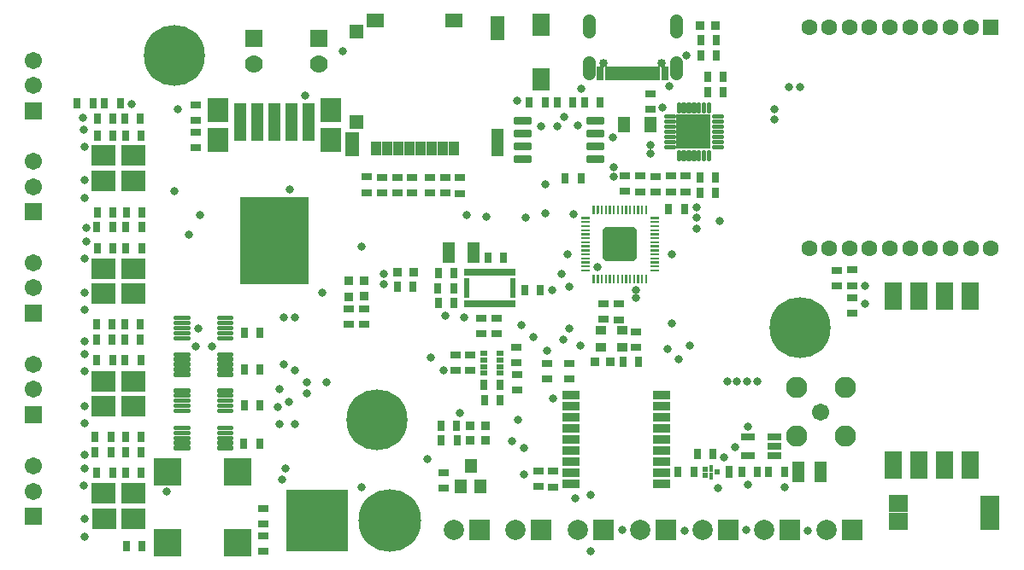
<source format=gbr>
G04 EAGLE Gerber RS-274X export*
G75*
%MOMM*%
%FSLAX34Y34*%
%LPD*%
%INSoldermask Top*%
%IPPOS*%
%AMOC8*
5,1,8,0,0,1.08239X$1,22.5*%
G01*
%ADD10R,1.803200X2.203200*%
%ADD11R,2.703200X2.703200*%
%ADD12R,1.100000X0.750000*%
%ADD13R,0.750000X1.100000*%
%ADD14R,2.003200X2.353200*%
%ADD15R,2.353200X2.003200*%
%ADD16R,1.903200X3.403200*%
%ADD17R,1.903200X1.653200*%
%ADD18R,0.900000X0.900000*%
%ADD19R,1.711200X1.711200*%
%ADD20C,1.711200*%
%ADD21C,0.344606*%
%ADD22R,1.653200X0.889000*%
%ADD23C,6.045200*%
%ADD24R,0.703200X0.553200*%
%ADD25R,1.723200X2.743200*%
%ADD26R,1.153200X0.653200*%
%ADD27C,1.778200*%
%ADD28R,1.778200X1.778200*%
%ADD29R,2.003200X2.003200*%
%ADD30C,2.003200*%
%ADD31R,1.003200X1.443200*%
%ADD32R,1.153200X2.703200*%
%ADD33R,1.353200X2.403200*%
%ADD34R,1.363200X1.453200*%
%ADD35R,1.363200X1.403200*%
%ADD36R,1.703200X1.353200*%
%ADD37R,6.203200X6.203200*%
%ADD38C,6.203200*%
%ADD39C,2.123200*%
%ADD40R,0.750000X1.150000*%
%ADD41C,0.850800*%
%ADD42R,0.628200X0.528200*%
%ADD43R,0.453200X0.728200*%
%ADD44R,1.403200X0.753200*%
%ADD45R,0.503200X0.728200*%
%ADD46R,0.628200X0.503200*%
%ADD47R,1.168400X3.708400*%
%ADD48R,6.756400X8.661400*%
%ADD49C,0.275422*%
%ADD50C,0.268653*%
%ADD51R,3.353200X3.353200*%
%ADD52C,0.911200*%
%ADD53R,0.778200X1.353200*%
%ADD54R,0.478200X1.353200*%
%ADD55C,1.311200*%
%ADD56C,0.853200*%
%ADD57R,1.603200X1.603200*%
%ADD58C,1.603200*%
%ADD59R,1.103200X0.853200*%
%ADD60R,1.203200X2.003200*%
%ADD61R,1.203200X1.473200*%
%ADD62R,1.300000X1.500000*%
%ADD63C,0.809600*%

G36*
X1198508Y793302D02*
X1198508Y793302D01*
X1198517Y793301D01*
X1198605Y793322D01*
X1198695Y793340D01*
X1198702Y793345D01*
X1198710Y793347D01*
X1198783Y793401D01*
X1198859Y793453D01*
X1198863Y793460D01*
X1198870Y793465D01*
X1198917Y793543D01*
X1198966Y793620D01*
X1198967Y793629D01*
X1198972Y793636D01*
X1198999Y793800D01*
X1198999Y794800D01*
X1198998Y794808D01*
X1198999Y794815D01*
X1198999Y794816D01*
X1198999Y794817D01*
X1198978Y794905D01*
X1198960Y794995D01*
X1198955Y795002D01*
X1198953Y795010D01*
X1198899Y795083D01*
X1198847Y795159D01*
X1198840Y795163D01*
X1198835Y795170D01*
X1198757Y795217D01*
X1198680Y795266D01*
X1198671Y795267D01*
X1198664Y795272D01*
X1198500Y795299D01*
X1190750Y795299D01*
X1190742Y795298D01*
X1190733Y795299D01*
X1190645Y795278D01*
X1190555Y795260D01*
X1190548Y795255D01*
X1190540Y795253D01*
X1190467Y795199D01*
X1190391Y795147D01*
X1190387Y795140D01*
X1190380Y795135D01*
X1190333Y795057D01*
X1190284Y794980D01*
X1190283Y794971D01*
X1190278Y794964D01*
X1190251Y794800D01*
X1190251Y793800D01*
X1190252Y793792D01*
X1190251Y793783D01*
X1190272Y793695D01*
X1190290Y793605D01*
X1190295Y793598D01*
X1190297Y793590D01*
X1190351Y793517D01*
X1190403Y793441D01*
X1190410Y793437D01*
X1190415Y793430D01*
X1190493Y793383D01*
X1190570Y793334D01*
X1190579Y793333D01*
X1190586Y793328D01*
X1190750Y793301D01*
X1198500Y793301D01*
X1198508Y793302D01*
G37*
G36*
X1267258Y793302D02*
X1267258Y793302D01*
X1267267Y793301D01*
X1267355Y793322D01*
X1267445Y793340D01*
X1267452Y793345D01*
X1267460Y793347D01*
X1267533Y793401D01*
X1267609Y793453D01*
X1267613Y793460D01*
X1267620Y793465D01*
X1267667Y793543D01*
X1267716Y793620D01*
X1267717Y793629D01*
X1267722Y793636D01*
X1267749Y793800D01*
X1267749Y794800D01*
X1267748Y794808D01*
X1267749Y794815D01*
X1267749Y794816D01*
X1267749Y794817D01*
X1267728Y794905D01*
X1267710Y794995D01*
X1267705Y795002D01*
X1267703Y795010D01*
X1267649Y795083D01*
X1267597Y795159D01*
X1267590Y795163D01*
X1267585Y795170D01*
X1267507Y795217D01*
X1267430Y795266D01*
X1267421Y795267D01*
X1267414Y795272D01*
X1267250Y795299D01*
X1259500Y795299D01*
X1259492Y795298D01*
X1259483Y795299D01*
X1259395Y795278D01*
X1259305Y795260D01*
X1259298Y795255D01*
X1259290Y795253D01*
X1259217Y795199D01*
X1259141Y795147D01*
X1259137Y795140D01*
X1259130Y795135D01*
X1259083Y795057D01*
X1259034Y794980D01*
X1259033Y794971D01*
X1259028Y794964D01*
X1259001Y794800D01*
X1259001Y793800D01*
X1259002Y793792D01*
X1259001Y793783D01*
X1259022Y793695D01*
X1259040Y793605D01*
X1259045Y793598D01*
X1259047Y793590D01*
X1259101Y793517D01*
X1259153Y793441D01*
X1259160Y793437D01*
X1259165Y793430D01*
X1259243Y793383D01*
X1259320Y793334D01*
X1259329Y793333D01*
X1259336Y793328D01*
X1259500Y793301D01*
X1267250Y793301D01*
X1267258Y793302D01*
G37*
G36*
X1267258Y789302D02*
X1267258Y789302D01*
X1267267Y789301D01*
X1267355Y789322D01*
X1267445Y789340D01*
X1267452Y789345D01*
X1267460Y789347D01*
X1267533Y789401D01*
X1267609Y789453D01*
X1267613Y789460D01*
X1267620Y789465D01*
X1267667Y789543D01*
X1267716Y789620D01*
X1267717Y789629D01*
X1267722Y789636D01*
X1267749Y789800D01*
X1267749Y790800D01*
X1267748Y790808D01*
X1267749Y790815D01*
X1267749Y790816D01*
X1267749Y790817D01*
X1267728Y790905D01*
X1267710Y790995D01*
X1267705Y791002D01*
X1267703Y791010D01*
X1267649Y791083D01*
X1267597Y791159D01*
X1267590Y791163D01*
X1267585Y791170D01*
X1267507Y791217D01*
X1267430Y791266D01*
X1267421Y791267D01*
X1267414Y791272D01*
X1267250Y791299D01*
X1259500Y791299D01*
X1259492Y791298D01*
X1259483Y791299D01*
X1259395Y791278D01*
X1259305Y791260D01*
X1259298Y791255D01*
X1259290Y791253D01*
X1259217Y791199D01*
X1259141Y791147D01*
X1259137Y791140D01*
X1259130Y791135D01*
X1259083Y791057D01*
X1259034Y790980D01*
X1259033Y790971D01*
X1259028Y790964D01*
X1259001Y790800D01*
X1259001Y789800D01*
X1259002Y789792D01*
X1259001Y789783D01*
X1259022Y789695D01*
X1259040Y789605D01*
X1259045Y789598D01*
X1259047Y789590D01*
X1259101Y789517D01*
X1259153Y789441D01*
X1259160Y789437D01*
X1259165Y789430D01*
X1259243Y789383D01*
X1259320Y789334D01*
X1259329Y789333D01*
X1259336Y789328D01*
X1259500Y789301D01*
X1267250Y789301D01*
X1267258Y789302D01*
G37*
G36*
X1198508Y789302D02*
X1198508Y789302D01*
X1198517Y789301D01*
X1198605Y789322D01*
X1198695Y789340D01*
X1198702Y789345D01*
X1198710Y789347D01*
X1198783Y789401D01*
X1198859Y789453D01*
X1198863Y789460D01*
X1198870Y789465D01*
X1198917Y789543D01*
X1198966Y789620D01*
X1198967Y789629D01*
X1198972Y789636D01*
X1198999Y789800D01*
X1198999Y790800D01*
X1198998Y790808D01*
X1198999Y790815D01*
X1198999Y790816D01*
X1198999Y790817D01*
X1198978Y790905D01*
X1198960Y790995D01*
X1198955Y791002D01*
X1198953Y791010D01*
X1198899Y791083D01*
X1198847Y791159D01*
X1198840Y791163D01*
X1198835Y791170D01*
X1198757Y791217D01*
X1198680Y791266D01*
X1198671Y791267D01*
X1198664Y791272D01*
X1198500Y791299D01*
X1190750Y791299D01*
X1190742Y791298D01*
X1190733Y791299D01*
X1190645Y791278D01*
X1190555Y791260D01*
X1190548Y791255D01*
X1190540Y791253D01*
X1190467Y791199D01*
X1190391Y791147D01*
X1190387Y791140D01*
X1190380Y791135D01*
X1190333Y791057D01*
X1190284Y790980D01*
X1190283Y790971D01*
X1190278Y790964D01*
X1190251Y790800D01*
X1190251Y789800D01*
X1190252Y789792D01*
X1190251Y789783D01*
X1190272Y789695D01*
X1190290Y789605D01*
X1190295Y789598D01*
X1190297Y789590D01*
X1190351Y789517D01*
X1190403Y789441D01*
X1190410Y789437D01*
X1190415Y789430D01*
X1190493Y789383D01*
X1190570Y789334D01*
X1190579Y789333D01*
X1190586Y789328D01*
X1190750Y789301D01*
X1198500Y789301D01*
X1198508Y789302D01*
G37*
G36*
X1267258Y785302D02*
X1267258Y785302D01*
X1267267Y785301D01*
X1267355Y785322D01*
X1267445Y785340D01*
X1267452Y785345D01*
X1267460Y785347D01*
X1267533Y785401D01*
X1267609Y785453D01*
X1267613Y785460D01*
X1267620Y785465D01*
X1267667Y785543D01*
X1267716Y785620D01*
X1267717Y785629D01*
X1267722Y785636D01*
X1267749Y785800D01*
X1267749Y786800D01*
X1267748Y786808D01*
X1267749Y786815D01*
X1267749Y786816D01*
X1267749Y786817D01*
X1267728Y786905D01*
X1267710Y786995D01*
X1267705Y787002D01*
X1267703Y787010D01*
X1267649Y787083D01*
X1267597Y787159D01*
X1267590Y787163D01*
X1267585Y787170D01*
X1267507Y787217D01*
X1267430Y787266D01*
X1267421Y787267D01*
X1267414Y787272D01*
X1267250Y787299D01*
X1259500Y787299D01*
X1259492Y787298D01*
X1259483Y787299D01*
X1259395Y787278D01*
X1259305Y787260D01*
X1259298Y787255D01*
X1259290Y787253D01*
X1259217Y787199D01*
X1259141Y787147D01*
X1259137Y787140D01*
X1259130Y787135D01*
X1259083Y787057D01*
X1259034Y786980D01*
X1259033Y786971D01*
X1259028Y786964D01*
X1259001Y786800D01*
X1259001Y785800D01*
X1259002Y785792D01*
X1259001Y785783D01*
X1259022Y785695D01*
X1259040Y785605D01*
X1259045Y785598D01*
X1259047Y785590D01*
X1259101Y785517D01*
X1259153Y785441D01*
X1259160Y785437D01*
X1259165Y785430D01*
X1259243Y785383D01*
X1259320Y785334D01*
X1259329Y785333D01*
X1259336Y785328D01*
X1259500Y785301D01*
X1267250Y785301D01*
X1267258Y785302D01*
G37*
G36*
X1198508Y785302D02*
X1198508Y785302D01*
X1198517Y785301D01*
X1198605Y785322D01*
X1198695Y785340D01*
X1198702Y785345D01*
X1198710Y785347D01*
X1198783Y785401D01*
X1198859Y785453D01*
X1198863Y785460D01*
X1198870Y785465D01*
X1198917Y785543D01*
X1198966Y785620D01*
X1198967Y785629D01*
X1198972Y785636D01*
X1198999Y785800D01*
X1198999Y786800D01*
X1198998Y786808D01*
X1198999Y786815D01*
X1198999Y786816D01*
X1198999Y786817D01*
X1198978Y786905D01*
X1198960Y786995D01*
X1198955Y787002D01*
X1198953Y787010D01*
X1198899Y787083D01*
X1198847Y787159D01*
X1198840Y787163D01*
X1198835Y787170D01*
X1198757Y787217D01*
X1198680Y787266D01*
X1198671Y787267D01*
X1198664Y787272D01*
X1198500Y787299D01*
X1190750Y787299D01*
X1190742Y787298D01*
X1190733Y787299D01*
X1190645Y787278D01*
X1190555Y787260D01*
X1190548Y787255D01*
X1190540Y787253D01*
X1190467Y787199D01*
X1190391Y787147D01*
X1190387Y787140D01*
X1190380Y787135D01*
X1190333Y787057D01*
X1190284Y786980D01*
X1190283Y786971D01*
X1190278Y786964D01*
X1190251Y786800D01*
X1190251Y785800D01*
X1190252Y785792D01*
X1190251Y785783D01*
X1190272Y785695D01*
X1190290Y785605D01*
X1190295Y785598D01*
X1190297Y785590D01*
X1190351Y785517D01*
X1190403Y785441D01*
X1190410Y785437D01*
X1190415Y785430D01*
X1190493Y785383D01*
X1190570Y785334D01*
X1190579Y785333D01*
X1190586Y785328D01*
X1190750Y785301D01*
X1198500Y785301D01*
X1198508Y785302D01*
G37*
G36*
X1267258Y781302D02*
X1267258Y781302D01*
X1267267Y781301D01*
X1267355Y781322D01*
X1267445Y781340D01*
X1267452Y781345D01*
X1267460Y781347D01*
X1267533Y781401D01*
X1267609Y781453D01*
X1267613Y781460D01*
X1267620Y781465D01*
X1267667Y781543D01*
X1267716Y781620D01*
X1267717Y781629D01*
X1267722Y781636D01*
X1267749Y781800D01*
X1267749Y782800D01*
X1267748Y782808D01*
X1267749Y782815D01*
X1267749Y782816D01*
X1267749Y782817D01*
X1267728Y782905D01*
X1267710Y782995D01*
X1267705Y783002D01*
X1267703Y783010D01*
X1267649Y783083D01*
X1267597Y783159D01*
X1267590Y783163D01*
X1267585Y783170D01*
X1267507Y783217D01*
X1267430Y783266D01*
X1267421Y783267D01*
X1267414Y783272D01*
X1267250Y783299D01*
X1259500Y783299D01*
X1259492Y783298D01*
X1259483Y783299D01*
X1259395Y783278D01*
X1259305Y783260D01*
X1259298Y783255D01*
X1259290Y783253D01*
X1259217Y783199D01*
X1259141Y783147D01*
X1259137Y783140D01*
X1259130Y783135D01*
X1259083Y783057D01*
X1259034Y782980D01*
X1259033Y782971D01*
X1259028Y782964D01*
X1259001Y782800D01*
X1259001Y781800D01*
X1259002Y781792D01*
X1259001Y781783D01*
X1259022Y781695D01*
X1259040Y781605D01*
X1259045Y781598D01*
X1259047Y781590D01*
X1259101Y781517D01*
X1259153Y781441D01*
X1259160Y781437D01*
X1259165Y781430D01*
X1259243Y781383D01*
X1259320Y781334D01*
X1259329Y781333D01*
X1259336Y781328D01*
X1259500Y781301D01*
X1267250Y781301D01*
X1267258Y781302D01*
G37*
G36*
X1198508Y765302D02*
X1198508Y765302D01*
X1198517Y765301D01*
X1198605Y765322D01*
X1198695Y765340D01*
X1198702Y765345D01*
X1198710Y765347D01*
X1198783Y765401D01*
X1198859Y765453D01*
X1198863Y765460D01*
X1198870Y765465D01*
X1198917Y765543D01*
X1198966Y765620D01*
X1198967Y765629D01*
X1198972Y765636D01*
X1198999Y765800D01*
X1198999Y766800D01*
X1198998Y766808D01*
X1198999Y766815D01*
X1198999Y766816D01*
X1198999Y766817D01*
X1198978Y766905D01*
X1198960Y766995D01*
X1198955Y767002D01*
X1198953Y767010D01*
X1198899Y767083D01*
X1198847Y767159D01*
X1198840Y767163D01*
X1198835Y767170D01*
X1198757Y767217D01*
X1198680Y767266D01*
X1198671Y767267D01*
X1198664Y767272D01*
X1198500Y767299D01*
X1190750Y767299D01*
X1190742Y767298D01*
X1190733Y767299D01*
X1190645Y767278D01*
X1190555Y767260D01*
X1190548Y767255D01*
X1190540Y767253D01*
X1190467Y767199D01*
X1190391Y767147D01*
X1190387Y767140D01*
X1190380Y767135D01*
X1190333Y767057D01*
X1190284Y766980D01*
X1190283Y766971D01*
X1190278Y766964D01*
X1190251Y766800D01*
X1190251Y765800D01*
X1190252Y765792D01*
X1190251Y765783D01*
X1190272Y765695D01*
X1190290Y765605D01*
X1190295Y765598D01*
X1190297Y765590D01*
X1190351Y765517D01*
X1190403Y765441D01*
X1190410Y765437D01*
X1190415Y765430D01*
X1190493Y765383D01*
X1190570Y765334D01*
X1190579Y765333D01*
X1190586Y765328D01*
X1190750Y765301D01*
X1198500Y765301D01*
X1198508Y765302D01*
G37*
G36*
X1198508Y781302D02*
X1198508Y781302D01*
X1198517Y781301D01*
X1198605Y781322D01*
X1198695Y781340D01*
X1198702Y781345D01*
X1198710Y781347D01*
X1198783Y781401D01*
X1198859Y781453D01*
X1198863Y781460D01*
X1198870Y781465D01*
X1198917Y781543D01*
X1198966Y781620D01*
X1198967Y781629D01*
X1198972Y781636D01*
X1198999Y781800D01*
X1198999Y782800D01*
X1198998Y782808D01*
X1198999Y782815D01*
X1198999Y782816D01*
X1198999Y782817D01*
X1198978Y782905D01*
X1198960Y782995D01*
X1198955Y783002D01*
X1198953Y783010D01*
X1198899Y783083D01*
X1198847Y783159D01*
X1198840Y783163D01*
X1198835Y783170D01*
X1198757Y783217D01*
X1198680Y783266D01*
X1198671Y783267D01*
X1198664Y783272D01*
X1198500Y783299D01*
X1190750Y783299D01*
X1190742Y783298D01*
X1190733Y783299D01*
X1190645Y783278D01*
X1190555Y783260D01*
X1190548Y783255D01*
X1190540Y783253D01*
X1190467Y783199D01*
X1190391Y783147D01*
X1190387Y783140D01*
X1190380Y783135D01*
X1190333Y783057D01*
X1190284Y782980D01*
X1190283Y782971D01*
X1190278Y782964D01*
X1190251Y782800D01*
X1190251Y781800D01*
X1190252Y781792D01*
X1190251Y781783D01*
X1190272Y781695D01*
X1190290Y781605D01*
X1190295Y781598D01*
X1190297Y781590D01*
X1190351Y781517D01*
X1190403Y781441D01*
X1190410Y781437D01*
X1190415Y781430D01*
X1190493Y781383D01*
X1190570Y781334D01*
X1190579Y781333D01*
X1190586Y781328D01*
X1190750Y781301D01*
X1198500Y781301D01*
X1198508Y781302D01*
G37*
G36*
X1198508Y777302D02*
X1198508Y777302D01*
X1198517Y777301D01*
X1198605Y777322D01*
X1198695Y777340D01*
X1198702Y777345D01*
X1198710Y777347D01*
X1198783Y777401D01*
X1198859Y777453D01*
X1198863Y777460D01*
X1198870Y777465D01*
X1198917Y777543D01*
X1198966Y777620D01*
X1198967Y777629D01*
X1198972Y777636D01*
X1198999Y777800D01*
X1198999Y778800D01*
X1198998Y778808D01*
X1198999Y778815D01*
X1198999Y778816D01*
X1198999Y778817D01*
X1198978Y778905D01*
X1198960Y778995D01*
X1198955Y779002D01*
X1198953Y779010D01*
X1198899Y779083D01*
X1198847Y779159D01*
X1198840Y779163D01*
X1198835Y779170D01*
X1198757Y779217D01*
X1198680Y779266D01*
X1198671Y779267D01*
X1198664Y779272D01*
X1198500Y779299D01*
X1190750Y779299D01*
X1190742Y779298D01*
X1190733Y779299D01*
X1190645Y779278D01*
X1190555Y779260D01*
X1190548Y779255D01*
X1190540Y779253D01*
X1190467Y779199D01*
X1190391Y779147D01*
X1190387Y779140D01*
X1190380Y779135D01*
X1190333Y779057D01*
X1190284Y778980D01*
X1190283Y778971D01*
X1190278Y778964D01*
X1190251Y778800D01*
X1190251Y777800D01*
X1190252Y777792D01*
X1190251Y777783D01*
X1190272Y777695D01*
X1190290Y777605D01*
X1190295Y777598D01*
X1190297Y777590D01*
X1190351Y777517D01*
X1190403Y777441D01*
X1190410Y777437D01*
X1190415Y777430D01*
X1190493Y777383D01*
X1190570Y777334D01*
X1190579Y777333D01*
X1190586Y777328D01*
X1190750Y777301D01*
X1198500Y777301D01*
X1198508Y777302D01*
G37*
G36*
X1267258Y777302D02*
X1267258Y777302D01*
X1267267Y777301D01*
X1267355Y777322D01*
X1267445Y777340D01*
X1267452Y777345D01*
X1267460Y777347D01*
X1267533Y777401D01*
X1267609Y777453D01*
X1267613Y777460D01*
X1267620Y777465D01*
X1267667Y777543D01*
X1267716Y777620D01*
X1267717Y777629D01*
X1267722Y777636D01*
X1267749Y777800D01*
X1267749Y778800D01*
X1267748Y778808D01*
X1267749Y778815D01*
X1267749Y778816D01*
X1267749Y778817D01*
X1267728Y778905D01*
X1267710Y778995D01*
X1267705Y779002D01*
X1267703Y779010D01*
X1267649Y779083D01*
X1267597Y779159D01*
X1267590Y779163D01*
X1267585Y779170D01*
X1267507Y779217D01*
X1267430Y779266D01*
X1267421Y779267D01*
X1267414Y779272D01*
X1267250Y779299D01*
X1259500Y779299D01*
X1259492Y779298D01*
X1259483Y779299D01*
X1259395Y779278D01*
X1259305Y779260D01*
X1259298Y779255D01*
X1259290Y779253D01*
X1259217Y779199D01*
X1259141Y779147D01*
X1259137Y779140D01*
X1259130Y779135D01*
X1259083Y779057D01*
X1259034Y778980D01*
X1259033Y778971D01*
X1259028Y778964D01*
X1259001Y778800D01*
X1259001Y777800D01*
X1259002Y777792D01*
X1259001Y777783D01*
X1259022Y777695D01*
X1259040Y777605D01*
X1259045Y777598D01*
X1259047Y777590D01*
X1259101Y777517D01*
X1259153Y777441D01*
X1259160Y777437D01*
X1259165Y777430D01*
X1259243Y777383D01*
X1259320Y777334D01*
X1259329Y777333D01*
X1259336Y777328D01*
X1259500Y777301D01*
X1267250Y777301D01*
X1267258Y777302D01*
G37*
G36*
X1198508Y773302D02*
X1198508Y773302D01*
X1198517Y773301D01*
X1198605Y773322D01*
X1198695Y773340D01*
X1198702Y773345D01*
X1198710Y773347D01*
X1198783Y773401D01*
X1198859Y773453D01*
X1198863Y773460D01*
X1198870Y773465D01*
X1198917Y773543D01*
X1198966Y773620D01*
X1198967Y773629D01*
X1198972Y773636D01*
X1198999Y773800D01*
X1198999Y774800D01*
X1198998Y774808D01*
X1198999Y774815D01*
X1198999Y774816D01*
X1198999Y774817D01*
X1198978Y774905D01*
X1198960Y774995D01*
X1198955Y775002D01*
X1198953Y775010D01*
X1198899Y775083D01*
X1198847Y775159D01*
X1198840Y775163D01*
X1198835Y775170D01*
X1198757Y775217D01*
X1198680Y775266D01*
X1198671Y775267D01*
X1198664Y775272D01*
X1198500Y775299D01*
X1190750Y775299D01*
X1190742Y775298D01*
X1190733Y775299D01*
X1190645Y775278D01*
X1190555Y775260D01*
X1190548Y775255D01*
X1190540Y775253D01*
X1190467Y775199D01*
X1190391Y775147D01*
X1190387Y775140D01*
X1190380Y775135D01*
X1190333Y775057D01*
X1190284Y774980D01*
X1190283Y774971D01*
X1190278Y774964D01*
X1190251Y774800D01*
X1190251Y773800D01*
X1190252Y773792D01*
X1190251Y773783D01*
X1190272Y773695D01*
X1190290Y773605D01*
X1190295Y773598D01*
X1190297Y773590D01*
X1190351Y773517D01*
X1190403Y773441D01*
X1190410Y773437D01*
X1190415Y773430D01*
X1190493Y773383D01*
X1190570Y773334D01*
X1190579Y773333D01*
X1190586Y773328D01*
X1190750Y773301D01*
X1198500Y773301D01*
X1198508Y773302D01*
G37*
G36*
X1267258Y773302D02*
X1267258Y773302D01*
X1267267Y773301D01*
X1267355Y773322D01*
X1267445Y773340D01*
X1267452Y773345D01*
X1267460Y773347D01*
X1267533Y773401D01*
X1267609Y773453D01*
X1267613Y773460D01*
X1267620Y773465D01*
X1267667Y773543D01*
X1267716Y773620D01*
X1267717Y773629D01*
X1267722Y773636D01*
X1267749Y773800D01*
X1267749Y774800D01*
X1267748Y774808D01*
X1267749Y774815D01*
X1267749Y774816D01*
X1267749Y774817D01*
X1267728Y774905D01*
X1267710Y774995D01*
X1267705Y775002D01*
X1267703Y775010D01*
X1267649Y775083D01*
X1267597Y775159D01*
X1267590Y775163D01*
X1267585Y775170D01*
X1267507Y775217D01*
X1267430Y775266D01*
X1267421Y775267D01*
X1267414Y775272D01*
X1267250Y775299D01*
X1259500Y775299D01*
X1259492Y775298D01*
X1259483Y775299D01*
X1259395Y775278D01*
X1259305Y775260D01*
X1259298Y775255D01*
X1259290Y775253D01*
X1259217Y775199D01*
X1259141Y775147D01*
X1259137Y775140D01*
X1259130Y775135D01*
X1259083Y775057D01*
X1259034Y774980D01*
X1259033Y774971D01*
X1259028Y774964D01*
X1259001Y774800D01*
X1259001Y773800D01*
X1259002Y773792D01*
X1259001Y773783D01*
X1259022Y773695D01*
X1259040Y773605D01*
X1259045Y773598D01*
X1259047Y773590D01*
X1259101Y773517D01*
X1259153Y773441D01*
X1259160Y773437D01*
X1259165Y773430D01*
X1259243Y773383D01*
X1259320Y773334D01*
X1259329Y773333D01*
X1259336Y773328D01*
X1259500Y773301D01*
X1267250Y773301D01*
X1267258Y773302D01*
G37*
G36*
X1198508Y769302D02*
X1198508Y769302D01*
X1198517Y769301D01*
X1198605Y769322D01*
X1198695Y769340D01*
X1198702Y769345D01*
X1198710Y769347D01*
X1198783Y769401D01*
X1198859Y769453D01*
X1198863Y769460D01*
X1198870Y769465D01*
X1198917Y769543D01*
X1198966Y769620D01*
X1198967Y769629D01*
X1198972Y769636D01*
X1198999Y769800D01*
X1198999Y770800D01*
X1198998Y770808D01*
X1198999Y770815D01*
X1198999Y770816D01*
X1198999Y770817D01*
X1198978Y770905D01*
X1198960Y770995D01*
X1198955Y771002D01*
X1198953Y771010D01*
X1198899Y771083D01*
X1198847Y771159D01*
X1198840Y771163D01*
X1198835Y771170D01*
X1198757Y771217D01*
X1198680Y771266D01*
X1198671Y771267D01*
X1198664Y771272D01*
X1198500Y771299D01*
X1190750Y771299D01*
X1190742Y771298D01*
X1190733Y771299D01*
X1190645Y771278D01*
X1190555Y771260D01*
X1190548Y771255D01*
X1190540Y771253D01*
X1190467Y771199D01*
X1190391Y771147D01*
X1190387Y771140D01*
X1190380Y771135D01*
X1190333Y771057D01*
X1190284Y770980D01*
X1190283Y770971D01*
X1190278Y770964D01*
X1190251Y770800D01*
X1190251Y769800D01*
X1190252Y769792D01*
X1190251Y769783D01*
X1190272Y769695D01*
X1190290Y769605D01*
X1190295Y769598D01*
X1190297Y769590D01*
X1190351Y769517D01*
X1190403Y769441D01*
X1190410Y769437D01*
X1190415Y769430D01*
X1190493Y769383D01*
X1190570Y769334D01*
X1190579Y769333D01*
X1190586Y769328D01*
X1190750Y769301D01*
X1198500Y769301D01*
X1198508Y769302D01*
G37*
G36*
X1267258Y769302D02*
X1267258Y769302D01*
X1267267Y769301D01*
X1267355Y769322D01*
X1267445Y769340D01*
X1267452Y769345D01*
X1267460Y769347D01*
X1267533Y769401D01*
X1267609Y769453D01*
X1267613Y769460D01*
X1267620Y769465D01*
X1267667Y769543D01*
X1267716Y769620D01*
X1267717Y769629D01*
X1267722Y769636D01*
X1267749Y769800D01*
X1267749Y770800D01*
X1267748Y770808D01*
X1267749Y770815D01*
X1267749Y770816D01*
X1267749Y770817D01*
X1267728Y770905D01*
X1267710Y770995D01*
X1267705Y771002D01*
X1267703Y771010D01*
X1267649Y771083D01*
X1267597Y771159D01*
X1267590Y771163D01*
X1267585Y771170D01*
X1267507Y771217D01*
X1267430Y771266D01*
X1267421Y771267D01*
X1267414Y771272D01*
X1267250Y771299D01*
X1259500Y771299D01*
X1259492Y771298D01*
X1259483Y771299D01*
X1259395Y771278D01*
X1259305Y771260D01*
X1259298Y771255D01*
X1259290Y771253D01*
X1259217Y771199D01*
X1259141Y771147D01*
X1259137Y771140D01*
X1259130Y771135D01*
X1259083Y771057D01*
X1259034Y770980D01*
X1259033Y770971D01*
X1259028Y770964D01*
X1259001Y770800D01*
X1259001Y769800D01*
X1259002Y769792D01*
X1259001Y769783D01*
X1259022Y769695D01*
X1259040Y769605D01*
X1259045Y769598D01*
X1259047Y769590D01*
X1259101Y769517D01*
X1259153Y769441D01*
X1259160Y769437D01*
X1259165Y769430D01*
X1259243Y769383D01*
X1259320Y769334D01*
X1259329Y769333D01*
X1259336Y769328D01*
X1259500Y769301D01*
X1267250Y769301D01*
X1267258Y769302D01*
G37*
G36*
X1267258Y765302D02*
X1267258Y765302D01*
X1267267Y765301D01*
X1267355Y765322D01*
X1267445Y765340D01*
X1267452Y765345D01*
X1267460Y765347D01*
X1267533Y765401D01*
X1267609Y765453D01*
X1267613Y765460D01*
X1267620Y765465D01*
X1267667Y765543D01*
X1267716Y765620D01*
X1267717Y765629D01*
X1267722Y765636D01*
X1267749Y765800D01*
X1267749Y766800D01*
X1267748Y766808D01*
X1267749Y766815D01*
X1267749Y766816D01*
X1267749Y766817D01*
X1267728Y766905D01*
X1267710Y766995D01*
X1267705Y767002D01*
X1267703Y767010D01*
X1267649Y767083D01*
X1267597Y767159D01*
X1267590Y767163D01*
X1267585Y767170D01*
X1267507Y767217D01*
X1267430Y767266D01*
X1267421Y767267D01*
X1267414Y767272D01*
X1267250Y767299D01*
X1259500Y767299D01*
X1259492Y767298D01*
X1259483Y767299D01*
X1259395Y767278D01*
X1259305Y767260D01*
X1259298Y767255D01*
X1259290Y767253D01*
X1259217Y767199D01*
X1259141Y767147D01*
X1259137Y767140D01*
X1259130Y767135D01*
X1259083Y767057D01*
X1259034Y766980D01*
X1259033Y766971D01*
X1259028Y766964D01*
X1259001Y766800D01*
X1259001Y765800D01*
X1259002Y765792D01*
X1259001Y765783D01*
X1259022Y765695D01*
X1259040Y765605D01*
X1259045Y765598D01*
X1259047Y765590D01*
X1259101Y765517D01*
X1259153Y765441D01*
X1259160Y765437D01*
X1259165Y765430D01*
X1259243Y765383D01*
X1259320Y765334D01*
X1259329Y765333D01*
X1259336Y765328D01*
X1259500Y765301D01*
X1267250Y765301D01*
X1267258Y765302D01*
G37*
G36*
X1267258Y761302D02*
X1267258Y761302D01*
X1267267Y761301D01*
X1267355Y761322D01*
X1267445Y761340D01*
X1267452Y761345D01*
X1267460Y761347D01*
X1267533Y761401D01*
X1267609Y761453D01*
X1267613Y761460D01*
X1267620Y761465D01*
X1267667Y761543D01*
X1267716Y761620D01*
X1267717Y761629D01*
X1267722Y761636D01*
X1267749Y761800D01*
X1267749Y762800D01*
X1267748Y762808D01*
X1267749Y762815D01*
X1267749Y762816D01*
X1267749Y762817D01*
X1267728Y762905D01*
X1267710Y762995D01*
X1267705Y763002D01*
X1267703Y763010D01*
X1267649Y763083D01*
X1267597Y763159D01*
X1267590Y763163D01*
X1267585Y763170D01*
X1267507Y763217D01*
X1267430Y763266D01*
X1267421Y763267D01*
X1267414Y763272D01*
X1267250Y763299D01*
X1259500Y763299D01*
X1259492Y763298D01*
X1259483Y763299D01*
X1259395Y763278D01*
X1259305Y763260D01*
X1259298Y763255D01*
X1259290Y763253D01*
X1259217Y763199D01*
X1259141Y763147D01*
X1259137Y763140D01*
X1259130Y763135D01*
X1259083Y763057D01*
X1259034Y762980D01*
X1259033Y762971D01*
X1259028Y762964D01*
X1259001Y762800D01*
X1259001Y761800D01*
X1259002Y761792D01*
X1259001Y761783D01*
X1259022Y761695D01*
X1259040Y761605D01*
X1259045Y761598D01*
X1259047Y761590D01*
X1259101Y761517D01*
X1259153Y761441D01*
X1259160Y761437D01*
X1259165Y761430D01*
X1259243Y761383D01*
X1259320Y761334D01*
X1259329Y761333D01*
X1259336Y761328D01*
X1259500Y761301D01*
X1267250Y761301D01*
X1267258Y761302D01*
G37*
G36*
X1198508Y761302D02*
X1198508Y761302D01*
X1198517Y761301D01*
X1198605Y761322D01*
X1198695Y761340D01*
X1198702Y761345D01*
X1198710Y761347D01*
X1198783Y761401D01*
X1198859Y761453D01*
X1198863Y761460D01*
X1198870Y761465D01*
X1198917Y761543D01*
X1198966Y761620D01*
X1198967Y761629D01*
X1198972Y761636D01*
X1198999Y761800D01*
X1198999Y762800D01*
X1198998Y762808D01*
X1198999Y762815D01*
X1198999Y762816D01*
X1198999Y762817D01*
X1198978Y762905D01*
X1198960Y762995D01*
X1198955Y763002D01*
X1198953Y763010D01*
X1198899Y763083D01*
X1198847Y763159D01*
X1198840Y763163D01*
X1198835Y763170D01*
X1198757Y763217D01*
X1198680Y763266D01*
X1198671Y763267D01*
X1198664Y763272D01*
X1198500Y763299D01*
X1190750Y763299D01*
X1190742Y763298D01*
X1190733Y763299D01*
X1190645Y763278D01*
X1190555Y763260D01*
X1190548Y763255D01*
X1190540Y763253D01*
X1190467Y763199D01*
X1190391Y763147D01*
X1190387Y763140D01*
X1190380Y763135D01*
X1190333Y763057D01*
X1190284Y762980D01*
X1190283Y762971D01*
X1190278Y762964D01*
X1190251Y762800D01*
X1190251Y761800D01*
X1190252Y761792D01*
X1190251Y761783D01*
X1190272Y761695D01*
X1190290Y761605D01*
X1190295Y761598D01*
X1190297Y761590D01*
X1190351Y761517D01*
X1190403Y761441D01*
X1190410Y761437D01*
X1190415Y761430D01*
X1190493Y761383D01*
X1190570Y761334D01*
X1190579Y761333D01*
X1190586Y761328D01*
X1190750Y761301D01*
X1198500Y761301D01*
X1198508Y761302D01*
G37*
G36*
X1267258Y757302D02*
X1267258Y757302D01*
X1267267Y757301D01*
X1267355Y757322D01*
X1267445Y757340D01*
X1267452Y757345D01*
X1267460Y757347D01*
X1267533Y757401D01*
X1267609Y757453D01*
X1267613Y757460D01*
X1267620Y757465D01*
X1267667Y757543D01*
X1267716Y757620D01*
X1267717Y757629D01*
X1267722Y757636D01*
X1267749Y757800D01*
X1267749Y758800D01*
X1267748Y758808D01*
X1267749Y758815D01*
X1267749Y758816D01*
X1267749Y758817D01*
X1267728Y758905D01*
X1267710Y758995D01*
X1267705Y759002D01*
X1267703Y759010D01*
X1267649Y759083D01*
X1267597Y759159D01*
X1267590Y759163D01*
X1267585Y759170D01*
X1267507Y759217D01*
X1267430Y759266D01*
X1267421Y759267D01*
X1267414Y759272D01*
X1267250Y759299D01*
X1259500Y759299D01*
X1259492Y759298D01*
X1259483Y759299D01*
X1259395Y759278D01*
X1259305Y759260D01*
X1259298Y759255D01*
X1259290Y759253D01*
X1259217Y759199D01*
X1259141Y759147D01*
X1259137Y759140D01*
X1259130Y759135D01*
X1259083Y759057D01*
X1259034Y758980D01*
X1259033Y758971D01*
X1259028Y758964D01*
X1259001Y758800D01*
X1259001Y757800D01*
X1259002Y757792D01*
X1259001Y757783D01*
X1259022Y757695D01*
X1259040Y757605D01*
X1259045Y757598D01*
X1259047Y757590D01*
X1259101Y757517D01*
X1259153Y757441D01*
X1259160Y757437D01*
X1259165Y757430D01*
X1259243Y757383D01*
X1259320Y757334D01*
X1259329Y757333D01*
X1259336Y757328D01*
X1259500Y757301D01*
X1267250Y757301D01*
X1267258Y757302D01*
G37*
G36*
X1198508Y757302D02*
X1198508Y757302D01*
X1198517Y757301D01*
X1198605Y757322D01*
X1198695Y757340D01*
X1198702Y757345D01*
X1198710Y757347D01*
X1198783Y757401D01*
X1198859Y757453D01*
X1198863Y757460D01*
X1198870Y757465D01*
X1198917Y757543D01*
X1198966Y757620D01*
X1198967Y757629D01*
X1198972Y757636D01*
X1198999Y757800D01*
X1198999Y758800D01*
X1198998Y758808D01*
X1198999Y758815D01*
X1198999Y758816D01*
X1198999Y758817D01*
X1198978Y758905D01*
X1198960Y758995D01*
X1198955Y759002D01*
X1198953Y759010D01*
X1198899Y759083D01*
X1198847Y759159D01*
X1198840Y759163D01*
X1198835Y759170D01*
X1198757Y759217D01*
X1198680Y759266D01*
X1198671Y759267D01*
X1198664Y759272D01*
X1198500Y759299D01*
X1190750Y759299D01*
X1190742Y759298D01*
X1190733Y759299D01*
X1190645Y759278D01*
X1190555Y759260D01*
X1190548Y759255D01*
X1190540Y759253D01*
X1190467Y759199D01*
X1190391Y759147D01*
X1190387Y759140D01*
X1190380Y759135D01*
X1190333Y759057D01*
X1190284Y758980D01*
X1190283Y758971D01*
X1190278Y758964D01*
X1190251Y758800D01*
X1190251Y757800D01*
X1190252Y757792D01*
X1190251Y757783D01*
X1190272Y757695D01*
X1190290Y757605D01*
X1190295Y757598D01*
X1190297Y757590D01*
X1190351Y757517D01*
X1190403Y757441D01*
X1190410Y757437D01*
X1190415Y757430D01*
X1190493Y757383D01*
X1190570Y757334D01*
X1190579Y757333D01*
X1190586Y757328D01*
X1190750Y757301D01*
X1198500Y757301D01*
X1198508Y757302D01*
G37*
G36*
X1198508Y753302D02*
X1198508Y753302D01*
X1198517Y753301D01*
X1198605Y753322D01*
X1198695Y753340D01*
X1198702Y753345D01*
X1198710Y753347D01*
X1198783Y753401D01*
X1198859Y753453D01*
X1198863Y753460D01*
X1198870Y753465D01*
X1198917Y753543D01*
X1198966Y753620D01*
X1198967Y753629D01*
X1198972Y753636D01*
X1198999Y753800D01*
X1198999Y754800D01*
X1198998Y754808D01*
X1198999Y754815D01*
X1198999Y754816D01*
X1198999Y754817D01*
X1198978Y754905D01*
X1198960Y754995D01*
X1198955Y755002D01*
X1198953Y755010D01*
X1198899Y755083D01*
X1198847Y755159D01*
X1198840Y755163D01*
X1198835Y755170D01*
X1198757Y755217D01*
X1198680Y755266D01*
X1198671Y755267D01*
X1198664Y755272D01*
X1198500Y755299D01*
X1190750Y755299D01*
X1190742Y755298D01*
X1190733Y755299D01*
X1190645Y755278D01*
X1190555Y755260D01*
X1190548Y755255D01*
X1190540Y755253D01*
X1190467Y755199D01*
X1190391Y755147D01*
X1190387Y755140D01*
X1190380Y755135D01*
X1190333Y755057D01*
X1190284Y754980D01*
X1190283Y754971D01*
X1190278Y754964D01*
X1190251Y754800D01*
X1190251Y753800D01*
X1190252Y753792D01*
X1190251Y753783D01*
X1190272Y753695D01*
X1190290Y753605D01*
X1190295Y753598D01*
X1190297Y753590D01*
X1190351Y753517D01*
X1190403Y753441D01*
X1190410Y753437D01*
X1190415Y753430D01*
X1190493Y753383D01*
X1190570Y753334D01*
X1190579Y753333D01*
X1190586Y753328D01*
X1190750Y753301D01*
X1198500Y753301D01*
X1198508Y753302D01*
G37*
G36*
X1267258Y753302D02*
X1267258Y753302D01*
X1267267Y753301D01*
X1267355Y753322D01*
X1267445Y753340D01*
X1267452Y753345D01*
X1267460Y753347D01*
X1267533Y753401D01*
X1267609Y753453D01*
X1267613Y753460D01*
X1267620Y753465D01*
X1267667Y753543D01*
X1267716Y753620D01*
X1267717Y753629D01*
X1267722Y753636D01*
X1267749Y753800D01*
X1267749Y754800D01*
X1267748Y754808D01*
X1267749Y754815D01*
X1267749Y754816D01*
X1267749Y754817D01*
X1267728Y754905D01*
X1267710Y754995D01*
X1267705Y755002D01*
X1267703Y755010D01*
X1267649Y755083D01*
X1267597Y755159D01*
X1267590Y755163D01*
X1267585Y755170D01*
X1267507Y755217D01*
X1267430Y755266D01*
X1267421Y755267D01*
X1267414Y755272D01*
X1267250Y755299D01*
X1259500Y755299D01*
X1259492Y755298D01*
X1259483Y755299D01*
X1259395Y755278D01*
X1259305Y755260D01*
X1259298Y755255D01*
X1259290Y755253D01*
X1259217Y755199D01*
X1259141Y755147D01*
X1259137Y755140D01*
X1259130Y755135D01*
X1259083Y755057D01*
X1259034Y754980D01*
X1259033Y754971D01*
X1259028Y754964D01*
X1259001Y754800D01*
X1259001Y753800D01*
X1259002Y753792D01*
X1259001Y753783D01*
X1259022Y753695D01*
X1259040Y753605D01*
X1259045Y753598D01*
X1259047Y753590D01*
X1259101Y753517D01*
X1259153Y753441D01*
X1259160Y753437D01*
X1259165Y753430D01*
X1259243Y753383D01*
X1259320Y753334D01*
X1259329Y753333D01*
X1259336Y753328D01*
X1259500Y753301D01*
X1267250Y753301D01*
X1267258Y753302D01*
G37*
G36*
X1267258Y749302D02*
X1267258Y749302D01*
X1267267Y749301D01*
X1267355Y749322D01*
X1267445Y749340D01*
X1267452Y749345D01*
X1267460Y749347D01*
X1267533Y749401D01*
X1267609Y749453D01*
X1267613Y749460D01*
X1267620Y749465D01*
X1267667Y749543D01*
X1267716Y749620D01*
X1267717Y749629D01*
X1267722Y749636D01*
X1267749Y749800D01*
X1267749Y750800D01*
X1267748Y750808D01*
X1267749Y750815D01*
X1267749Y750816D01*
X1267749Y750817D01*
X1267728Y750905D01*
X1267710Y750995D01*
X1267705Y751002D01*
X1267703Y751010D01*
X1267649Y751083D01*
X1267597Y751159D01*
X1267590Y751163D01*
X1267585Y751170D01*
X1267507Y751217D01*
X1267430Y751266D01*
X1267421Y751267D01*
X1267414Y751272D01*
X1267250Y751299D01*
X1259500Y751299D01*
X1259492Y751298D01*
X1259483Y751299D01*
X1259395Y751278D01*
X1259305Y751260D01*
X1259298Y751255D01*
X1259290Y751253D01*
X1259217Y751199D01*
X1259141Y751147D01*
X1259137Y751140D01*
X1259130Y751135D01*
X1259083Y751057D01*
X1259034Y750980D01*
X1259033Y750971D01*
X1259028Y750964D01*
X1259001Y750800D01*
X1259001Y749800D01*
X1259002Y749792D01*
X1259001Y749783D01*
X1259022Y749695D01*
X1259040Y749605D01*
X1259045Y749598D01*
X1259047Y749590D01*
X1259101Y749517D01*
X1259153Y749441D01*
X1259160Y749437D01*
X1259165Y749430D01*
X1259243Y749383D01*
X1259320Y749334D01*
X1259329Y749333D01*
X1259336Y749328D01*
X1259500Y749301D01*
X1267250Y749301D01*
X1267258Y749302D01*
G37*
G36*
X1198508Y749302D02*
X1198508Y749302D01*
X1198517Y749301D01*
X1198605Y749322D01*
X1198695Y749340D01*
X1198702Y749345D01*
X1198710Y749347D01*
X1198783Y749401D01*
X1198859Y749453D01*
X1198863Y749460D01*
X1198870Y749465D01*
X1198917Y749543D01*
X1198966Y749620D01*
X1198967Y749629D01*
X1198972Y749636D01*
X1198999Y749800D01*
X1198999Y750800D01*
X1198998Y750808D01*
X1198999Y750815D01*
X1198999Y750816D01*
X1198999Y750817D01*
X1198978Y750905D01*
X1198960Y750995D01*
X1198955Y751002D01*
X1198953Y751010D01*
X1198899Y751083D01*
X1198847Y751159D01*
X1198840Y751163D01*
X1198835Y751170D01*
X1198757Y751217D01*
X1198680Y751266D01*
X1198671Y751267D01*
X1198664Y751272D01*
X1198500Y751299D01*
X1190750Y751299D01*
X1190742Y751298D01*
X1190733Y751299D01*
X1190645Y751278D01*
X1190555Y751260D01*
X1190548Y751255D01*
X1190540Y751253D01*
X1190467Y751199D01*
X1190391Y751147D01*
X1190387Y751140D01*
X1190380Y751135D01*
X1190333Y751057D01*
X1190284Y750980D01*
X1190283Y750971D01*
X1190278Y750964D01*
X1190251Y750800D01*
X1190251Y749800D01*
X1190252Y749792D01*
X1190251Y749783D01*
X1190272Y749695D01*
X1190290Y749605D01*
X1190295Y749598D01*
X1190297Y749590D01*
X1190351Y749517D01*
X1190403Y749441D01*
X1190410Y749437D01*
X1190415Y749430D01*
X1190493Y749383D01*
X1190570Y749334D01*
X1190579Y749333D01*
X1190586Y749328D01*
X1190750Y749301D01*
X1198500Y749301D01*
X1198508Y749302D01*
G37*
G36*
X1198508Y745302D02*
X1198508Y745302D01*
X1198517Y745301D01*
X1198605Y745322D01*
X1198695Y745340D01*
X1198702Y745345D01*
X1198710Y745347D01*
X1198783Y745401D01*
X1198859Y745453D01*
X1198863Y745460D01*
X1198870Y745465D01*
X1198917Y745543D01*
X1198966Y745620D01*
X1198967Y745629D01*
X1198972Y745636D01*
X1198999Y745800D01*
X1198999Y746800D01*
X1198998Y746808D01*
X1198999Y746815D01*
X1198999Y746816D01*
X1198999Y746817D01*
X1198978Y746905D01*
X1198960Y746995D01*
X1198955Y747002D01*
X1198953Y747010D01*
X1198899Y747083D01*
X1198847Y747159D01*
X1198840Y747163D01*
X1198835Y747170D01*
X1198757Y747217D01*
X1198680Y747266D01*
X1198671Y747267D01*
X1198664Y747272D01*
X1198500Y747299D01*
X1190750Y747299D01*
X1190742Y747298D01*
X1190733Y747299D01*
X1190645Y747278D01*
X1190555Y747260D01*
X1190548Y747255D01*
X1190540Y747253D01*
X1190467Y747199D01*
X1190391Y747147D01*
X1190387Y747140D01*
X1190380Y747135D01*
X1190333Y747057D01*
X1190284Y746980D01*
X1190283Y746971D01*
X1190278Y746964D01*
X1190251Y746800D01*
X1190251Y745800D01*
X1190252Y745792D01*
X1190251Y745783D01*
X1190272Y745695D01*
X1190290Y745605D01*
X1190295Y745598D01*
X1190297Y745590D01*
X1190351Y745517D01*
X1190403Y745441D01*
X1190410Y745437D01*
X1190415Y745430D01*
X1190493Y745383D01*
X1190570Y745334D01*
X1190579Y745333D01*
X1190586Y745328D01*
X1190750Y745301D01*
X1198500Y745301D01*
X1198508Y745302D01*
G37*
G36*
X1267258Y745302D02*
X1267258Y745302D01*
X1267267Y745301D01*
X1267355Y745322D01*
X1267445Y745340D01*
X1267452Y745345D01*
X1267460Y745347D01*
X1267533Y745401D01*
X1267609Y745453D01*
X1267613Y745460D01*
X1267620Y745465D01*
X1267667Y745543D01*
X1267716Y745620D01*
X1267717Y745629D01*
X1267722Y745636D01*
X1267749Y745800D01*
X1267749Y746800D01*
X1267748Y746808D01*
X1267749Y746815D01*
X1267749Y746816D01*
X1267749Y746817D01*
X1267728Y746905D01*
X1267710Y746995D01*
X1267705Y747002D01*
X1267703Y747010D01*
X1267649Y747083D01*
X1267597Y747159D01*
X1267590Y747163D01*
X1267585Y747170D01*
X1267507Y747217D01*
X1267430Y747266D01*
X1267421Y747267D01*
X1267414Y747272D01*
X1267250Y747299D01*
X1259500Y747299D01*
X1259492Y747298D01*
X1259483Y747299D01*
X1259395Y747278D01*
X1259305Y747260D01*
X1259298Y747255D01*
X1259290Y747253D01*
X1259217Y747199D01*
X1259141Y747147D01*
X1259137Y747140D01*
X1259130Y747135D01*
X1259083Y747057D01*
X1259034Y746980D01*
X1259033Y746971D01*
X1259028Y746964D01*
X1259001Y746800D01*
X1259001Y745800D01*
X1259002Y745792D01*
X1259001Y745783D01*
X1259022Y745695D01*
X1259040Y745605D01*
X1259045Y745598D01*
X1259047Y745590D01*
X1259101Y745517D01*
X1259153Y745441D01*
X1259160Y745437D01*
X1259165Y745430D01*
X1259243Y745383D01*
X1259320Y745334D01*
X1259329Y745333D01*
X1259336Y745328D01*
X1259500Y745301D01*
X1267250Y745301D01*
X1267258Y745302D01*
G37*
G36*
X1267258Y741302D02*
X1267258Y741302D01*
X1267267Y741301D01*
X1267355Y741322D01*
X1267445Y741340D01*
X1267452Y741345D01*
X1267460Y741347D01*
X1267533Y741401D01*
X1267609Y741453D01*
X1267613Y741460D01*
X1267620Y741465D01*
X1267667Y741543D01*
X1267716Y741620D01*
X1267717Y741629D01*
X1267722Y741636D01*
X1267749Y741800D01*
X1267749Y742800D01*
X1267748Y742808D01*
X1267749Y742815D01*
X1267749Y742816D01*
X1267749Y742817D01*
X1267728Y742905D01*
X1267710Y742995D01*
X1267705Y743002D01*
X1267703Y743010D01*
X1267649Y743083D01*
X1267597Y743159D01*
X1267590Y743163D01*
X1267585Y743170D01*
X1267507Y743217D01*
X1267430Y743266D01*
X1267421Y743267D01*
X1267414Y743272D01*
X1267250Y743299D01*
X1259500Y743299D01*
X1259492Y743298D01*
X1259483Y743299D01*
X1259395Y743278D01*
X1259305Y743260D01*
X1259298Y743255D01*
X1259290Y743253D01*
X1259217Y743199D01*
X1259141Y743147D01*
X1259137Y743140D01*
X1259130Y743135D01*
X1259083Y743057D01*
X1259034Y742980D01*
X1259033Y742971D01*
X1259028Y742964D01*
X1259001Y742800D01*
X1259001Y741800D01*
X1259002Y741792D01*
X1259001Y741783D01*
X1259022Y741695D01*
X1259040Y741605D01*
X1259045Y741598D01*
X1259047Y741590D01*
X1259101Y741517D01*
X1259153Y741441D01*
X1259160Y741437D01*
X1259165Y741430D01*
X1259243Y741383D01*
X1259320Y741334D01*
X1259329Y741333D01*
X1259336Y741328D01*
X1259500Y741301D01*
X1267250Y741301D01*
X1267258Y741302D01*
G37*
G36*
X1198508Y741302D02*
X1198508Y741302D01*
X1198517Y741301D01*
X1198605Y741322D01*
X1198695Y741340D01*
X1198702Y741345D01*
X1198710Y741347D01*
X1198783Y741401D01*
X1198859Y741453D01*
X1198863Y741460D01*
X1198870Y741465D01*
X1198917Y741543D01*
X1198966Y741620D01*
X1198967Y741629D01*
X1198972Y741636D01*
X1198999Y741800D01*
X1198999Y742800D01*
X1198998Y742808D01*
X1198999Y742815D01*
X1198999Y742816D01*
X1198999Y742817D01*
X1198978Y742905D01*
X1198960Y742995D01*
X1198955Y743002D01*
X1198953Y743010D01*
X1198899Y743083D01*
X1198847Y743159D01*
X1198840Y743163D01*
X1198835Y743170D01*
X1198757Y743217D01*
X1198680Y743266D01*
X1198671Y743267D01*
X1198664Y743272D01*
X1198500Y743299D01*
X1190750Y743299D01*
X1190742Y743298D01*
X1190733Y743299D01*
X1190645Y743278D01*
X1190555Y743260D01*
X1190548Y743255D01*
X1190540Y743253D01*
X1190467Y743199D01*
X1190391Y743147D01*
X1190387Y743140D01*
X1190380Y743135D01*
X1190333Y743057D01*
X1190284Y742980D01*
X1190283Y742971D01*
X1190278Y742964D01*
X1190251Y742800D01*
X1190251Y741800D01*
X1190252Y741792D01*
X1190251Y741783D01*
X1190272Y741695D01*
X1190290Y741605D01*
X1190295Y741598D01*
X1190297Y741590D01*
X1190351Y741517D01*
X1190403Y741441D01*
X1190410Y741437D01*
X1190415Y741430D01*
X1190493Y741383D01*
X1190570Y741334D01*
X1190579Y741333D01*
X1190586Y741328D01*
X1190750Y741301D01*
X1198500Y741301D01*
X1198508Y741302D01*
G37*
G36*
X1239508Y798302D02*
X1239508Y798302D01*
X1239517Y798301D01*
X1239605Y798322D01*
X1239695Y798340D01*
X1239702Y798345D01*
X1239710Y798347D01*
X1239783Y798401D01*
X1239859Y798453D01*
X1239863Y798460D01*
X1239870Y798465D01*
X1239917Y798543D01*
X1239966Y798620D01*
X1239967Y798629D01*
X1239972Y798636D01*
X1239999Y798800D01*
X1239999Y806550D01*
X1239998Y806558D01*
X1239999Y806567D01*
X1239978Y806655D01*
X1239960Y806745D01*
X1239955Y806752D01*
X1239953Y806760D01*
X1239899Y806833D01*
X1239847Y806909D01*
X1239840Y806913D01*
X1239835Y806920D01*
X1239757Y806967D01*
X1239680Y807016D01*
X1239671Y807017D01*
X1239664Y807022D01*
X1239500Y807049D01*
X1238500Y807049D01*
X1238492Y807048D01*
X1238483Y807049D01*
X1238395Y807028D01*
X1238305Y807010D01*
X1238298Y807005D01*
X1238290Y807003D01*
X1238217Y806949D01*
X1238141Y806897D01*
X1238137Y806890D01*
X1238130Y806885D01*
X1238083Y806807D01*
X1238034Y806730D01*
X1238033Y806721D01*
X1238028Y806714D01*
X1238001Y806550D01*
X1238001Y798800D01*
X1238002Y798792D01*
X1238001Y798783D01*
X1238022Y798695D01*
X1238040Y798605D01*
X1238045Y798598D01*
X1238047Y798590D01*
X1238101Y798517D01*
X1238153Y798441D01*
X1238160Y798437D01*
X1238165Y798430D01*
X1238243Y798383D01*
X1238320Y798334D01*
X1238329Y798333D01*
X1238336Y798328D01*
X1238500Y798301D01*
X1239500Y798301D01*
X1239508Y798302D01*
G37*
G36*
X1219508Y798302D02*
X1219508Y798302D01*
X1219517Y798301D01*
X1219605Y798322D01*
X1219695Y798340D01*
X1219702Y798345D01*
X1219710Y798347D01*
X1219783Y798401D01*
X1219859Y798453D01*
X1219863Y798460D01*
X1219870Y798465D01*
X1219917Y798543D01*
X1219966Y798620D01*
X1219967Y798629D01*
X1219972Y798636D01*
X1219999Y798800D01*
X1219999Y806550D01*
X1219998Y806558D01*
X1219999Y806567D01*
X1219978Y806655D01*
X1219960Y806745D01*
X1219955Y806752D01*
X1219953Y806760D01*
X1219899Y806833D01*
X1219847Y806909D01*
X1219840Y806913D01*
X1219835Y806920D01*
X1219757Y806967D01*
X1219680Y807016D01*
X1219671Y807017D01*
X1219664Y807022D01*
X1219500Y807049D01*
X1218500Y807049D01*
X1218492Y807048D01*
X1218483Y807049D01*
X1218395Y807028D01*
X1218305Y807010D01*
X1218298Y807005D01*
X1218290Y807003D01*
X1218217Y806949D01*
X1218141Y806897D01*
X1218137Y806890D01*
X1218130Y806885D01*
X1218083Y806807D01*
X1218034Y806730D01*
X1218033Y806721D01*
X1218028Y806714D01*
X1218001Y806550D01*
X1218001Y798800D01*
X1218002Y798792D01*
X1218001Y798783D01*
X1218022Y798695D01*
X1218040Y798605D01*
X1218045Y798598D01*
X1218047Y798590D01*
X1218101Y798517D01*
X1218153Y798441D01*
X1218160Y798437D01*
X1218165Y798430D01*
X1218243Y798383D01*
X1218320Y798334D01*
X1218329Y798333D01*
X1218336Y798328D01*
X1218500Y798301D01*
X1219500Y798301D01*
X1219508Y798302D01*
G37*
G36*
X1251508Y798302D02*
X1251508Y798302D01*
X1251517Y798301D01*
X1251605Y798322D01*
X1251695Y798340D01*
X1251702Y798345D01*
X1251710Y798347D01*
X1251783Y798401D01*
X1251859Y798453D01*
X1251863Y798460D01*
X1251870Y798465D01*
X1251917Y798543D01*
X1251966Y798620D01*
X1251967Y798629D01*
X1251972Y798636D01*
X1251999Y798800D01*
X1251999Y806550D01*
X1251998Y806558D01*
X1251999Y806567D01*
X1251978Y806655D01*
X1251960Y806745D01*
X1251955Y806752D01*
X1251953Y806760D01*
X1251899Y806833D01*
X1251847Y806909D01*
X1251840Y806913D01*
X1251835Y806920D01*
X1251757Y806967D01*
X1251680Y807016D01*
X1251671Y807017D01*
X1251664Y807022D01*
X1251500Y807049D01*
X1250500Y807049D01*
X1250492Y807048D01*
X1250483Y807049D01*
X1250395Y807028D01*
X1250305Y807010D01*
X1250298Y807005D01*
X1250290Y807003D01*
X1250217Y806949D01*
X1250141Y806897D01*
X1250137Y806890D01*
X1250130Y806885D01*
X1250083Y806807D01*
X1250034Y806730D01*
X1250033Y806721D01*
X1250028Y806714D01*
X1250001Y806550D01*
X1250001Y798800D01*
X1250002Y798792D01*
X1250001Y798783D01*
X1250022Y798695D01*
X1250040Y798605D01*
X1250045Y798598D01*
X1250047Y798590D01*
X1250101Y798517D01*
X1250153Y798441D01*
X1250160Y798437D01*
X1250165Y798430D01*
X1250243Y798383D01*
X1250320Y798334D01*
X1250329Y798333D01*
X1250336Y798328D01*
X1250500Y798301D01*
X1251500Y798301D01*
X1251508Y798302D01*
G37*
G36*
X1211508Y798302D02*
X1211508Y798302D01*
X1211517Y798301D01*
X1211605Y798322D01*
X1211695Y798340D01*
X1211702Y798345D01*
X1211710Y798347D01*
X1211783Y798401D01*
X1211859Y798453D01*
X1211863Y798460D01*
X1211870Y798465D01*
X1211917Y798543D01*
X1211966Y798620D01*
X1211967Y798629D01*
X1211972Y798636D01*
X1211999Y798800D01*
X1211999Y806550D01*
X1211998Y806558D01*
X1211999Y806567D01*
X1211978Y806655D01*
X1211960Y806745D01*
X1211955Y806752D01*
X1211953Y806760D01*
X1211899Y806833D01*
X1211847Y806909D01*
X1211840Y806913D01*
X1211835Y806920D01*
X1211757Y806967D01*
X1211680Y807016D01*
X1211671Y807017D01*
X1211664Y807022D01*
X1211500Y807049D01*
X1210500Y807049D01*
X1210492Y807048D01*
X1210483Y807049D01*
X1210395Y807028D01*
X1210305Y807010D01*
X1210298Y807005D01*
X1210290Y807003D01*
X1210217Y806949D01*
X1210141Y806897D01*
X1210137Y806890D01*
X1210130Y806885D01*
X1210083Y806807D01*
X1210034Y806730D01*
X1210033Y806721D01*
X1210028Y806714D01*
X1210001Y806550D01*
X1210001Y798800D01*
X1210002Y798792D01*
X1210001Y798783D01*
X1210022Y798695D01*
X1210040Y798605D01*
X1210045Y798598D01*
X1210047Y798590D01*
X1210101Y798517D01*
X1210153Y798441D01*
X1210160Y798437D01*
X1210165Y798430D01*
X1210243Y798383D01*
X1210320Y798334D01*
X1210329Y798333D01*
X1210336Y798328D01*
X1210500Y798301D01*
X1211500Y798301D01*
X1211508Y798302D01*
G37*
G36*
X1231508Y798302D02*
X1231508Y798302D01*
X1231517Y798301D01*
X1231605Y798322D01*
X1231695Y798340D01*
X1231702Y798345D01*
X1231710Y798347D01*
X1231783Y798401D01*
X1231859Y798453D01*
X1231863Y798460D01*
X1231870Y798465D01*
X1231917Y798543D01*
X1231966Y798620D01*
X1231967Y798629D01*
X1231972Y798636D01*
X1231999Y798800D01*
X1231999Y806550D01*
X1231998Y806558D01*
X1231999Y806567D01*
X1231978Y806655D01*
X1231960Y806745D01*
X1231955Y806752D01*
X1231953Y806760D01*
X1231899Y806833D01*
X1231847Y806909D01*
X1231840Y806913D01*
X1231835Y806920D01*
X1231757Y806967D01*
X1231680Y807016D01*
X1231671Y807017D01*
X1231664Y807022D01*
X1231500Y807049D01*
X1230500Y807049D01*
X1230492Y807048D01*
X1230483Y807049D01*
X1230395Y807028D01*
X1230305Y807010D01*
X1230298Y807005D01*
X1230290Y807003D01*
X1230217Y806949D01*
X1230141Y806897D01*
X1230137Y806890D01*
X1230130Y806885D01*
X1230083Y806807D01*
X1230034Y806730D01*
X1230033Y806721D01*
X1230028Y806714D01*
X1230001Y806550D01*
X1230001Y798800D01*
X1230002Y798792D01*
X1230001Y798783D01*
X1230022Y798695D01*
X1230040Y798605D01*
X1230045Y798598D01*
X1230047Y798590D01*
X1230101Y798517D01*
X1230153Y798441D01*
X1230160Y798437D01*
X1230165Y798430D01*
X1230243Y798383D01*
X1230320Y798334D01*
X1230329Y798333D01*
X1230336Y798328D01*
X1230500Y798301D01*
X1231500Y798301D01*
X1231508Y798302D01*
G37*
G36*
X1255508Y798302D02*
X1255508Y798302D01*
X1255517Y798301D01*
X1255605Y798322D01*
X1255695Y798340D01*
X1255702Y798345D01*
X1255710Y798347D01*
X1255783Y798401D01*
X1255859Y798453D01*
X1255863Y798460D01*
X1255870Y798465D01*
X1255917Y798543D01*
X1255966Y798620D01*
X1255967Y798629D01*
X1255972Y798636D01*
X1255999Y798800D01*
X1255999Y806550D01*
X1255998Y806558D01*
X1255999Y806567D01*
X1255978Y806655D01*
X1255960Y806745D01*
X1255955Y806752D01*
X1255953Y806760D01*
X1255899Y806833D01*
X1255847Y806909D01*
X1255840Y806913D01*
X1255835Y806920D01*
X1255757Y806967D01*
X1255680Y807016D01*
X1255671Y807017D01*
X1255664Y807022D01*
X1255500Y807049D01*
X1254500Y807049D01*
X1254492Y807048D01*
X1254483Y807049D01*
X1254395Y807028D01*
X1254305Y807010D01*
X1254298Y807005D01*
X1254290Y807003D01*
X1254217Y806949D01*
X1254141Y806897D01*
X1254137Y806890D01*
X1254130Y806885D01*
X1254083Y806807D01*
X1254034Y806730D01*
X1254033Y806721D01*
X1254028Y806714D01*
X1254001Y806550D01*
X1254001Y798800D01*
X1254002Y798792D01*
X1254001Y798783D01*
X1254022Y798695D01*
X1254040Y798605D01*
X1254045Y798598D01*
X1254047Y798590D01*
X1254101Y798517D01*
X1254153Y798441D01*
X1254160Y798437D01*
X1254165Y798430D01*
X1254243Y798383D01*
X1254320Y798334D01*
X1254329Y798333D01*
X1254336Y798328D01*
X1254500Y798301D01*
X1255500Y798301D01*
X1255508Y798302D01*
G37*
G36*
X1227508Y798302D02*
X1227508Y798302D01*
X1227517Y798301D01*
X1227605Y798322D01*
X1227695Y798340D01*
X1227702Y798345D01*
X1227710Y798347D01*
X1227783Y798401D01*
X1227859Y798453D01*
X1227863Y798460D01*
X1227870Y798465D01*
X1227917Y798543D01*
X1227966Y798620D01*
X1227967Y798629D01*
X1227972Y798636D01*
X1227999Y798800D01*
X1227999Y806550D01*
X1227998Y806558D01*
X1227999Y806567D01*
X1227978Y806655D01*
X1227960Y806745D01*
X1227955Y806752D01*
X1227953Y806760D01*
X1227899Y806833D01*
X1227847Y806909D01*
X1227840Y806913D01*
X1227835Y806920D01*
X1227757Y806967D01*
X1227680Y807016D01*
X1227671Y807017D01*
X1227664Y807022D01*
X1227500Y807049D01*
X1226500Y807049D01*
X1226492Y807048D01*
X1226483Y807049D01*
X1226395Y807028D01*
X1226305Y807010D01*
X1226298Y807005D01*
X1226290Y807003D01*
X1226217Y806949D01*
X1226141Y806897D01*
X1226137Y806890D01*
X1226130Y806885D01*
X1226083Y806807D01*
X1226034Y806730D01*
X1226033Y806721D01*
X1226028Y806714D01*
X1226001Y806550D01*
X1226001Y798800D01*
X1226002Y798792D01*
X1226001Y798783D01*
X1226022Y798695D01*
X1226040Y798605D01*
X1226045Y798598D01*
X1226047Y798590D01*
X1226101Y798517D01*
X1226153Y798441D01*
X1226160Y798437D01*
X1226165Y798430D01*
X1226243Y798383D01*
X1226320Y798334D01*
X1226329Y798333D01*
X1226336Y798328D01*
X1226500Y798301D01*
X1227500Y798301D01*
X1227508Y798302D01*
G37*
G36*
X1207508Y798302D02*
X1207508Y798302D01*
X1207517Y798301D01*
X1207605Y798322D01*
X1207695Y798340D01*
X1207702Y798345D01*
X1207710Y798347D01*
X1207783Y798401D01*
X1207859Y798453D01*
X1207863Y798460D01*
X1207870Y798465D01*
X1207917Y798543D01*
X1207966Y798620D01*
X1207967Y798629D01*
X1207972Y798636D01*
X1207999Y798800D01*
X1207999Y806550D01*
X1207998Y806558D01*
X1207999Y806567D01*
X1207978Y806655D01*
X1207960Y806745D01*
X1207955Y806752D01*
X1207953Y806760D01*
X1207899Y806833D01*
X1207847Y806909D01*
X1207840Y806913D01*
X1207835Y806920D01*
X1207757Y806967D01*
X1207680Y807016D01*
X1207671Y807017D01*
X1207664Y807022D01*
X1207500Y807049D01*
X1206500Y807049D01*
X1206492Y807048D01*
X1206483Y807049D01*
X1206395Y807028D01*
X1206305Y807010D01*
X1206298Y807005D01*
X1206290Y807003D01*
X1206217Y806949D01*
X1206141Y806897D01*
X1206137Y806890D01*
X1206130Y806885D01*
X1206083Y806807D01*
X1206034Y806730D01*
X1206033Y806721D01*
X1206028Y806714D01*
X1206001Y806550D01*
X1206001Y798800D01*
X1206002Y798792D01*
X1206001Y798783D01*
X1206022Y798695D01*
X1206040Y798605D01*
X1206045Y798598D01*
X1206047Y798590D01*
X1206101Y798517D01*
X1206153Y798441D01*
X1206160Y798437D01*
X1206165Y798430D01*
X1206243Y798383D01*
X1206320Y798334D01*
X1206329Y798333D01*
X1206336Y798328D01*
X1206500Y798301D01*
X1207500Y798301D01*
X1207508Y798302D01*
G37*
G36*
X1243508Y798302D02*
X1243508Y798302D01*
X1243517Y798301D01*
X1243605Y798322D01*
X1243695Y798340D01*
X1243702Y798345D01*
X1243710Y798347D01*
X1243783Y798401D01*
X1243859Y798453D01*
X1243863Y798460D01*
X1243870Y798465D01*
X1243917Y798543D01*
X1243966Y798620D01*
X1243967Y798629D01*
X1243972Y798636D01*
X1243999Y798800D01*
X1243999Y806550D01*
X1243998Y806558D01*
X1243999Y806567D01*
X1243978Y806655D01*
X1243960Y806745D01*
X1243955Y806752D01*
X1243953Y806760D01*
X1243899Y806833D01*
X1243847Y806909D01*
X1243840Y806913D01*
X1243835Y806920D01*
X1243757Y806967D01*
X1243680Y807016D01*
X1243671Y807017D01*
X1243664Y807022D01*
X1243500Y807049D01*
X1242500Y807049D01*
X1242492Y807048D01*
X1242483Y807049D01*
X1242395Y807028D01*
X1242305Y807010D01*
X1242298Y807005D01*
X1242290Y807003D01*
X1242217Y806949D01*
X1242141Y806897D01*
X1242137Y806890D01*
X1242130Y806885D01*
X1242083Y806807D01*
X1242034Y806730D01*
X1242033Y806721D01*
X1242028Y806714D01*
X1242001Y806550D01*
X1242001Y798800D01*
X1242002Y798792D01*
X1242001Y798783D01*
X1242022Y798695D01*
X1242040Y798605D01*
X1242045Y798598D01*
X1242047Y798590D01*
X1242101Y798517D01*
X1242153Y798441D01*
X1242160Y798437D01*
X1242165Y798430D01*
X1242243Y798383D01*
X1242320Y798334D01*
X1242329Y798333D01*
X1242336Y798328D01*
X1242500Y798301D01*
X1243500Y798301D01*
X1243508Y798302D01*
G37*
G36*
X1235508Y798302D02*
X1235508Y798302D01*
X1235517Y798301D01*
X1235605Y798322D01*
X1235695Y798340D01*
X1235702Y798345D01*
X1235710Y798347D01*
X1235783Y798401D01*
X1235859Y798453D01*
X1235863Y798460D01*
X1235870Y798465D01*
X1235917Y798543D01*
X1235966Y798620D01*
X1235967Y798629D01*
X1235972Y798636D01*
X1235999Y798800D01*
X1235999Y806550D01*
X1235998Y806558D01*
X1235999Y806567D01*
X1235978Y806655D01*
X1235960Y806745D01*
X1235955Y806752D01*
X1235953Y806760D01*
X1235899Y806833D01*
X1235847Y806909D01*
X1235840Y806913D01*
X1235835Y806920D01*
X1235757Y806967D01*
X1235680Y807016D01*
X1235671Y807017D01*
X1235664Y807022D01*
X1235500Y807049D01*
X1234500Y807049D01*
X1234492Y807048D01*
X1234483Y807049D01*
X1234395Y807028D01*
X1234305Y807010D01*
X1234298Y807005D01*
X1234290Y807003D01*
X1234217Y806949D01*
X1234141Y806897D01*
X1234137Y806890D01*
X1234130Y806885D01*
X1234083Y806807D01*
X1234034Y806730D01*
X1234033Y806721D01*
X1234028Y806714D01*
X1234001Y806550D01*
X1234001Y798800D01*
X1234002Y798792D01*
X1234001Y798783D01*
X1234022Y798695D01*
X1234040Y798605D01*
X1234045Y798598D01*
X1234047Y798590D01*
X1234101Y798517D01*
X1234153Y798441D01*
X1234160Y798437D01*
X1234165Y798430D01*
X1234243Y798383D01*
X1234320Y798334D01*
X1234329Y798333D01*
X1234336Y798328D01*
X1234500Y798301D01*
X1235500Y798301D01*
X1235508Y798302D01*
G37*
G36*
X1247508Y798302D02*
X1247508Y798302D01*
X1247517Y798301D01*
X1247605Y798322D01*
X1247695Y798340D01*
X1247702Y798345D01*
X1247710Y798347D01*
X1247783Y798401D01*
X1247859Y798453D01*
X1247863Y798460D01*
X1247870Y798465D01*
X1247917Y798543D01*
X1247966Y798620D01*
X1247967Y798629D01*
X1247972Y798636D01*
X1247999Y798800D01*
X1247999Y806550D01*
X1247998Y806558D01*
X1247999Y806567D01*
X1247978Y806655D01*
X1247960Y806745D01*
X1247955Y806752D01*
X1247953Y806760D01*
X1247899Y806833D01*
X1247847Y806909D01*
X1247840Y806913D01*
X1247835Y806920D01*
X1247757Y806967D01*
X1247680Y807016D01*
X1247671Y807017D01*
X1247664Y807022D01*
X1247500Y807049D01*
X1246500Y807049D01*
X1246492Y807048D01*
X1246483Y807049D01*
X1246395Y807028D01*
X1246305Y807010D01*
X1246298Y807005D01*
X1246290Y807003D01*
X1246217Y806949D01*
X1246141Y806897D01*
X1246137Y806890D01*
X1246130Y806885D01*
X1246083Y806807D01*
X1246034Y806730D01*
X1246033Y806721D01*
X1246028Y806714D01*
X1246001Y806550D01*
X1246001Y798800D01*
X1246002Y798792D01*
X1246001Y798783D01*
X1246022Y798695D01*
X1246040Y798605D01*
X1246045Y798598D01*
X1246047Y798590D01*
X1246101Y798517D01*
X1246153Y798441D01*
X1246160Y798437D01*
X1246165Y798430D01*
X1246243Y798383D01*
X1246320Y798334D01*
X1246329Y798333D01*
X1246336Y798328D01*
X1246500Y798301D01*
X1247500Y798301D01*
X1247508Y798302D01*
G37*
G36*
X1223508Y798302D02*
X1223508Y798302D01*
X1223517Y798301D01*
X1223605Y798322D01*
X1223695Y798340D01*
X1223702Y798345D01*
X1223710Y798347D01*
X1223783Y798401D01*
X1223859Y798453D01*
X1223863Y798460D01*
X1223870Y798465D01*
X1223917Y798543D01*
X1223966Y798620D01*
X1223967Y798629D01*
X1223972Y798636D01*
X1223999Y798800D01*
X1223999Y806550D01*
X1223998Y806558D01*
X1223999Y806567D01*
X1223978Y806655D01*
X1223960Y806745D01*
X1223955Y806752D01*
X1223953Y806760D01*
X1223899Y806833D01*
X1223847Y806909D01*
X1223840Y806913D01*
X1223835Y806920D01*
X1223757Y806967D01*
X1223680Y807016D01*
X1223671Y807017D01*
X1223664Y807022D01*
X1223500Y807049D01*
X1222500Y807049D01*
X1222492Y807048D01*
X1222483Y807049D01*
X1222395Y807028D01*
X1222305Y807010D01*
X1222298Y807005D01*
X1222290Y807003D01*
X1222217Y806949D01*
X1222141Y806897D01*
X1222137Y806890D01*
X1222130Y806885D01*
X1222083Y806807D01*
X1222034Y806730D01*
X1222033Y806721D01*
X1222028Y806714D01*
X1222001Y806550D01*
X1222001Y798800D01*
X1222002Y798792D01*
X1222001Y798783D01*
X1222022Y798695D01*
X1222040Y798605D01*
X1222045Y798598D01*
X1222047Y798590D01*
X1222101Y798517D01*
X1222153Y798441D01*
X1222160Y798437D01*
X1222165Y798430D01*
X1222243Y798383D01*
X1222320Y798334D01*
X1222329Y798333D01*
X1222336Y798328D01*
X1222500Y798301D01*
X1223500Y798301D01*
X1223508Y798302D01*
G37*
G36*
X1215508Y798302D02*
X1215508Y798302D01*
X1215517Y798301D01*
X1215605Y798322D01*
X1215695Y798340D01*
X1215702Y798345D01*
X1215710Y798347D01*
X1215783Y798401D01*
X1215859Y798453D01*
X1215863Y798460D01*
X1215870Y798465D01*
X1215917Y798543D01*
X1215966Y798620D01*
X1215967Y798629D01*
X1215972Y798636D01*
X1215999Y798800D01*
X1215999Y806550D01*
X1215998Y806558D01*
X1215999Y806567D01*
X1215978Y806655D01*
X1215960Y806745D01*
X1215955Y806752D01*
X1215953Y806760D01*
X1215899Y806833D01*
X1215847Y806909D01*
X1215840Y806913D01*
X1215835Y806920D01*
X1215757Y806967D01*
X1215680Y807016D01*
X1215671Y807017D01*
X1215664Y807022D01*
X1215500Y807049D01*
X1214500Y807049D01*
X1214492Y807048D01*
X1214483Y807049D01*
X1214395Y807028D01*
X1214305Y807010D01*
X1214298Y807005D01*
X1214290Y807003D01*
X1214217Y806949D01*
X1214141Y806897D01*
X1214137Y806890D01*
X1214130Y806885D01*
X1214083Y806807D01*
X1214034Y806730D01*
X1214033Y806721D01*
X1214028Y806714D01*
X1214001Y806550D01*
X1214001Y798800D01*
X1214002Y798792D01*
X1214001Y798783D01*
X1214022Y798695D01*
X1214040Y798605D01*
X1214045Y798598D01*
X1214047Y798590D01*
X1214101Y798517D01*
X1214153Y798441D01*
X1214160Y798437D01*
X1214165Y798430D01*
X1214243Y798383D01*
X1214320Y798334D01*
X1214329Y798333D01*
X1214336Y798328D01*
X1214500Y798301D01*
X1215500Y798301D01*
X1215508Y798302D01*
G37*
G36*
X1203508Y798302D02*
X1203508Y798302D01*
X1203517Y798301D01*
X1203605Y798322D01*
X1203695Y798340D01*
X1203702Y798345D01*
X1203710Y798347D01*
X1203783Y798401D01*
X1203859Y798453D01*
X1203863Y798460D01*
X1203870Y798465D01*
X1203917Y798543D01*
X1203966Y798620D01*
X1203967Y798629D01*
X1203972Y798636D01*
X1203999Y798800D01*
X1203999Y806550D01*
X1203998Y806558D01*
X1203999Y806567D01*
X1203978Y806655D01*
X1203960Y806745D01*
X1203955Y806752D01*
X1203953Y806760D01*
X1203899Y806833D01*
X1203847Y806909D01*
X1203840Y806913D01*
X1203835Y806920D01*
X1203757Y806967D01*
X1203680Y807016D01*
X1203671Y807017D01*
X1203664Y807022D01*
X1203500Y807049D01*
X1202500Y807049D01*
X1202492Y807048D01*
X1202483Y807049D01*
X1202395Y807028D01*
X1202305Y807010D01*
X1202298Y807005D01*
X1202290Y807003D01*
X1202217Y806949D01*
X1202141Y806897D01*
X1202137Y806890D01*
X1202130Y806885D01*
X1202083Y806807D01*
X1202034Y806730D01*
X1202033Y806721D01*
X1202028Y806714D01*
X1202001Y806550D01*
X1202001Y798800D01*
X1202002Y798792D01*
X1202001Y798783D01*
X1202022Y798695D01*
X1202040Y798605D01*
X1202045Y798598D01*
X1202047Y798590D01*
X1202101Y798517D01*
X1202153Y798441D01*
X1202160Y798437D01*
X1202165Y798430D01*
X1202243Y798383D01*
X1202320Y798334D01*
X1202329Y798333D01*
X1202336Y798328D01*
X1202500Y798301D01*
X1203500Y798301D01*
X1203508Y798302D01*
G37*
G36*
X1243508Y729552D02*
X1243508Y729552D01*
X1243517Y729551D01*
X1243605Y729572D01*
X1243695Y729590D01*
X1243702Y729595D01*
X1243710Y729597D01*
X1243783Y729651D01*
X1243859Y729703D01*
X1243863Y729710D01*
X1243870Y729715D01*
X1243917Y729793D01*
X1243966Y729870D01*
X1243967Y729879D01*
X1243972Y729886D01*
X1243999Y730050D01*
X1243999Y737800D01*
X1243998Y737808D01*
X1243999Y737817D01*
X1243978Y737905D01*
X1243960Y737995D01*
X1243955Y738002D01*
X1243953Y738010D01*
X1243899Y738083D01*
X1243847Y738159D01*
X1243840Y738163D01*
X1243835Y738170D01*
X1243757Y738217D01*
X1243680Y738266D01*
X1243671Y738267D01*
X1243664Y738272D01*
X1243500Y738299D01*
X1242500Y738299D01*
X1242492Y738298D01*
X1242483Y738299D01*
X1242395Y738278D01*
X1242305Y738260D01*
X1242298Y738255D01*
X1242290Y738253D01*
X1242217Y738199D01*
X1242141Y738147D01*
X1242137Y738140D01*
X1242130Y738135D01*
X1242083Y738057D01*
X1242034Y737980D01*
X1242033Y737971D01*
X1242028Y737964D01*
X1242001Y737800D01*
X1242001Y730050D01*
X1242002Y730042D01*
X1242001Y730033D01*
X1242022Y729945D01*
X1242040Y729855D01*
X1242045Y729848D01*
X1242047Y729840D01*
X1242101Y729767D01*
X1242153Y729691D01*
X1242160Y729687D01*
X1242165Y729680D01*
X1242243Y729633D01*
X1242320Y729584D01*
X1242329Y729583D01*
X1242336Y729578D01*
X1242500Y729551D01*
X1243500Y729551D01*
X1243508Y729552D01*
G37*
G36*
X1255508Y729552D02*
X1255508Y729552D01*
X1255517Y729551D01*
X1255605Y729572D01*
X1255695Y729590D01*
X1255702Y729595D01*
X1255710Y729597D01*
X1255783Y729651D01*
X1255859Y729703D01*
X1255863Y729710D01*
X1255870Y729715D01*
X1255917Y729793D01*
X1255966Y729870D01*
X1255967Y729879D01*
X1255972Y729886D01*
X1255999Y730050D01*
X1255999Y737800D01*
X1255998Y737808D01*
X1255999Y737817D01*
X1255978Y737905D01*
X1255960Y737995D01*
X1255955Y738002D01*
X1255953Y738010D01*
X1255899Y738083D01*
X1255847Y738159D01*
X1255840Y738163D01*
X1255835Y738170D01*
X1255757Y738217D01*
X1255680Y738266D01*
X1255671Y738267D01*
X1255664Y738272D01*
X1255500Y738299D01*
X1254500Y738299D01*
X1254492Y738298D01*
X1254483Y738299D01*
X1254395Y738278D01*
X1254305Y738260D01*
X1254298Y738255D01*
X1254290Y738253D01*
X1254217Y738199D01*
X1254141Y738147D01*
X1254137Y738140D01*
X1254130Y738135D01*
X1254083Y738057D01*
X1254034Y737980D01*
X1254033Y737971D01*
X1254028Y737964D01*
X1254001Y737800D01*
X1254001Y730050D01*
X1254002Y730042D01*
X1254001Y730033D01*
X1254022Y729945D01*
X1254040Y729855D01*
X1254045Y729848D01*
X1254047Y729840D01*
X1254101Y729767D01*
X1254153Y729691D01*
X1254160Y729687D01*
X1254165Y729680D01*
X1254243Y729633D01*
X1254320Y729584D01*
X1254329Y729583D01*
X1254336Y729578D01*
X1254500Y729551D01*
X1255500Y729551D01*
X1255508Y729552D01*
G37*
G36*
X1207508Y729552D02*
X1207508Y729552D01*
X1207517Y729551D01*
X1207605Y729572D01*
X1207695Y729590D01*
X1207702Y729595D01*
X1207710Y729597D01*
X1207783Y729651D01*
X1207859Y729703D01*
X1207863Y729710D01*
X1207870Y729715D01*
X1207917Y729793D01*
X1207966Y729870D01*
X1207967Y729879D01*
X1207972Y729886D01*
X1207999Y730050D01*
X1207999Y737800D01*
X1207998Y737808D01*
X1207999Y737817D01*
X1207978Y737905D01*
X1207960Y737995D01*
X1207955Y738002D01*
X1207953Y738010D01*
X1207899Y738083D01*
X1207847Y738159D01*
X1207840Y738163D01*
X1207835Y738170D01*
X1207757Y738217D01*
X1207680Y738266D01*
X1207671Y738267D01*
X1207664Y738272D01*
X1207500Y738299D01*
X1206500Y738299D01*
X1206492Y738298D01*
X1206483Y738299D01*
X1206395Y738278D01*
X1206305Y738260D01*
X1206298Y738255D01*
X1206290Y738253D01*
X1206217Y738199D01*
X1206141Y738147D01*
X1206137Y738140D01*
X1206130Y738135D01*
X1206083Y738057D01*
X1206034Y737980D01*
X1206033Y737971D01*
X1206028Y737964D01*
X1206001Y737800D01*
X1206001Y730050D01*
X1206002Y730042D01*
X1206001Y730033D01*
X1206022Y729945D01*
X1206040Y729855D01*
X1206045Y729848D01*
X1206047Y729840D01*
X1206101Y729767D01*
X1206153Y729691D01*
X1206160Y729687D01*
X1206165Y729680D01*
X1206243Y729633D01*
X1206320Y729584D01*
X1206329Y729583D01*
X1206336Y729578D01*
X1206500Y729551D01*
X1207500Y729551D01*
X1207508Y729552D01*
G37*
G36*
X1231508Y729552D02*
X1231508Y729552D01*
X1231517Y729551D01*
X1231605Y729572D01*
X1231695Y729590D01*
X1231702Y729595D01*
X1231710Y729597D01*
X1231783Y729651D01*
X1231859Y729703D01*
X1231863Y729710D01*
X1231870Y729715D01*
X1231917Y729793D01*
X1231966Y729870D01*
X1231967Y729879D01*
X1231972Y729886D01*
X1231999Y730050D01*
X1231999Y737800D01*
X1231998Y737808D01*
X1231999Y737817D01*
X1231978Y737905D01*
X1231960Y737995D01*
X1231955Y738002D01*
X1231953Y738010D01*
X1231899Y738083D01*
X1231847Y738159D01*
X1231840Y738163D01*
X1231835Y738170D01*
X1231757Y738217D01*
X1231680Y738266D01*
X1231671Y738267D01*
X1231664Y738272D01*
X1231500Y738299D01*
X1230500Y738299D01*
X1230492Y738298D01*
X1230483Y738299D01*
X1230395Y738278D01*
X1230305Y738260D01*
X1230298Y738255D01*
X1230290Y738253D01*
X1230217Y738199D01*
X1230141Y738147D01*
X1230137Y738140D01*
X1230130Y738135D01*
X1230083Y738057D01*
X1230034Y737980D01*
X1230033Y737971D01*
X1230028Y737964D01*
X1230001Y737800D01*
X1230001Y730050D01*
X1230002Y730042D01*
X1230001Y730033D01*
X1230022Y729945D01*
X1230040Y729855D01*
X1230045Y729848D01*
X1230047Y729840D01*
X1230101Y729767D01*
X1230153Y729691D01*
X1230160Y729687D01*
X1230165Y729680D01*
X1230243Y729633D01*
X1230320Y729584D01*
X1230329Y729583D01*
X1230336Y729578D01*
X1230500Y729551D01*
X1231500Y729551D01*
X1231508Y729552D01*
G37*
G36*
X1247508Y729552D02*
X1247508Y729552D01*
X1247517Y729551D01*
X1247605Y729572D01*
X1247695Y729590D01*
X1247702Y729595D01*
X1247710Y729597D01*
X1247783Y729651D01*
X1247859Y729703D01*
X1247863Y729710D01*
X1247870Y729715D01*
X1247917Y729793D01*
X1247966Y729870D01*
X1247967Y729879D01*
X1247972Y729886D01*
X1247999Y730050D01*
X1247999Y737800D01*
X1247998Y737808D01*
X1247999Y737817D01*
X1247978Y737905D01*
X1247960Y737995D01*
X1247955Y738002D01*
X1247953Y738010D01*
X1247899Y738083D01*
X1247847Y738159D01*
X1247840Y738163D01*
X1247835Y738170D01*
X1247757Y738217D01*
X1247680Y738266D01*
X1247671Y738267D01*
X1247664Y738272D01*
X1247500Y738299D01*
X1246500Y738299D01*
X1246492Y738298D01*
X1246483Y738299D01*
X1246395Y738278D01*
X1246305Y738260D01*
X1246298Y738255D01*
X1246290Y738253D01*
X1246217Y738199D01*
X1246141Y738147D01*
X1246137Y738140D01*
X1246130Y738135D01*
X1246083Y738057D01*
X1246034Y737980D01*
X1246033Y737971D01*
X1246028Y737964D01*
X1246001Y737800D01*
X1246001Y730050D01*
X1246002Y730042D01*
X1246001Y730033D01*
X1246022Y729945D01*
X1246040Y729855D01*
X1246045Y729848D01*
X1246047Y729840D01*
X1246101Y729767D01*
X1246153Y729691D01*
X1246160Y729687D01*
X1246165Y729680D01*
X1246243Y729633D01*
X1246320Y729584D01*
X1246329Y729583D01*
X1246336Y729578D01*
X1246500Y729551D01*
X1247500Y729551D01*
X1247508Y729552D01*
G37*
G36*
X1223508Y729552D02*
X1223508Y729552D01*
X1223517Y729551D01*
X1223605Y729572D01*
X1223695Y729590D01*
X1223702Y729595D01*
X1223710Y729597D01*
X1223783Y729651D01*
X1223859Y729703D01*
X1223863Y729710D01*
X1223870Y729715D01*
X1223917Y729793D01*
X1223966Y729870D01*
X1223967Y729879D01*
X1223972Y729886D01*
X1223999Y730050D01*
X1223999Y737800D01*
X1223998Y737808D01*
X1223999Y737817D01*
X1223978Y737905D01*
X1223960Y737995D01*
X1223955Y738002D01*
X1223953Y738010D01*
X1223899Y738083D01*
X1223847Y738159D01*
X1223840Y738163D01*
X1223835Y738170D01*
X1223757Y738217D01*
X1223680Y738266D01*
X1223671Y738267D01*
X1223664Y738272D01*
X1223500Y738299D01*
X1222500Y738299D01*
X1222492Y738298D01*
X1222483Y738299D01*
X1222395Y738278D01*
X1222305Y738260D01*
X1222298Y738255D01*
X1222290Y738253D01*
X1222217Y738199D01*
X1222141Y738147D01*
X1222137Y738140D01*
X1222130Y738135D01*
X1222083Y738057D01*
X1222034Y737980D01*
X1222033Y737971D01*
X1222028Y737964D01*
X1222001Y737800D01*
X1222001Y730050D01*
X1222002Y730042D01*
X1222001Y730033D01*
X1222022Y729945D01*
X1222040Y729855D01*
X1222045Y729848D01*
X1222047Y729840D01*
X1222101Y729767D01*
X1222153Y729691D01*
X1222160Y729687D01*
X1222165Y729680D01*
X1222243Y729633D01*
X1222320Y729584D01*
X1222329Y729583D01*
X1222336Y729578D01*
X1222500Y729551D01*
X1223500Y729551D01*
X1223508Y729552D01*
G37*
G36*
X1251508Y729552D02*
X1251508Y729552D01*
X1251517Y729551D01*
X1251605Y729572D01*
X1251695Y729590D01*
X1251702Y729595D01*
X1251710Y729597D01*
X1251783Y729651D01*
X1251859Y729703D01*
X1251863Y729710D01*
X1251870Y729715D01*
X1251917Y729793D01*
X1251966Y729870D01*
X1251967Y729879D01*
X1251972Y729886D01*
X1251999Y730050D01*
X1251999Y737800D01*
X1251998Y737808D01*
X1251999Y737817D01*
X1251978Y737905D01*
X1251960Y737995D01*
X1251955Y738002D01*
X1251953Y738010D01*
X1251899Y738083D01*
X1251847Y738159D01*
X1251840Y738163D01*
X1251835Y738170D01*
X1251757Y738217D01*
X1251680Y738266D01*
X1251671Y738267D01*
X1251664Y738272D01*
X1251500Y738299D01*
X1250500Y738299D01*
X1250492Y738298D01*
X1250483Y738299D01*
X1250395Y738278D01*
X1250305Y738260D01*
X1250298Y738255D01*
X1250290Y738253D01*
X1250217Y738199D01*
X1250141Y738147D01*
X1250137Y738140D01*
X1250130Y738135D01*
X1250083Y738057D01*
X1250034Y737980D01*
X1250033Y737971D01*
X1250028Y737964D01*
X1250001Y737800D01*
X1250001Y730050D01*
X1250002Y730042D01*
X1250001Y730033D01*
X1250022Y729945D01*
X1250040Y729855D01*
X1250045Y729848D01*
X1250047Y729840D01*
X1250101Y729767D01*
X1250153Y729691D01*
X1250160Y729687D01*
X1250165Y729680D01*
X1250243Y729633D01*
X1250320Y729584D01*
X1250329Y729583D01*
X1250336Y729578D01*
X1250500Y729551D01*
X1251500Y729551D01*
X1251508Y729552D01*
G37*
G36*
X1219508Y729552D02*
X1219508Y729552D01*
X1219517Y729551D01*
X1219605Y729572D01*
X1219695Y729590D01*
X1219702Y729595D01*
X1219710Y729597D01*
X1219783Y729651D01*
X1219859Y729703D01*
X1219863Y729710D01*
X1219870Y729715D01*
X1219917Y729793D01*
X1219966Y729870D01*
X1219967Y729879D01*
X1219972Y729886D01*
X1219999Y730050D01*
X1219999Y737800D01*
X1219998Y737808D01*
X1219999Y737817D01*
X1219978Y737905D01*
X1219960Y737995D01*
X1219955Y738002D01*
X1219953Y738010D01*
X1219899Y738083D01*
X1219847Y738159D01*
X1219840Y738163D01*
X1219835Y738170D01*
X1219757Y738217D01*
X1219680Y738266D01*
X1219671Y738267D01*
X1219664Y738272D01*
X1219500Y738299D01*
X1218500Y738299D01*
X1218492Y738298D01*
X1218483Y738299D01*
X1218395Y738278D01*
X1218305Y738260D01*
X1218298Y738255D01*
X1218290Y738253D01*
X1218217Y738199D01*
X1218141Y738147D01*
X1218137Y738140D01*
X1218130Y738135D01*
X1218083Y738057D01*
X1218034Y737980D01*
X1218033Y737971D01*
X1218028Y737964D01*
X1218001Y737800D01*
X1218001Y730050D01*
X1218002Y730042D01*
X1218001Y730033D01*
X1218022Y729945D01*
X1218040Y729855D01*
X1218045Y729848D01*
X1218047Y729840D01*
X1218101Y729767D01*
X1218153Y729691D01*
X1218160Y729687D01*
X1218165Y729680D01*
X1218243Y729633D01*
X1218320Y729584D01*
X1218329Y729583D01*
X1218336Y729578D01*
X1218500Y729551D01*
X1219500Y729551D01*
X1219508Y729552D01*
G37*
G36*
X1215508Y729552D02*
X1215508Y729552D01*
X1215517Y729551D01*
X1215605Y729572D01*
X1215695Y729590D01*
X1215702Y729595D01*
X1215710Y729597D01*
X1215783Y729651D01*
X1215859Y729703D01*
X1215863Y729710D01*
X1215870Y729715D01*
X1215917Y729793D01*
X1215966Y729870D01*
X1215967Y729879D01*
X1215972Y729886D01*
X1215999Y730050D01*
X1215999Y737800D01*
X1215998Y737808D01*
X1215999Y737817D01*
X1215978Y737905D01*
X1215960Y737995D01*
X1215955Y738002D01*
X1215953Y738010D01*
X1215899Y738083D01*
X1215847Y738159D01*
X1215840Y738163D01*
X1215835Y738170D01*
X1215757Y738217D01*
X1215680Y738266D01*
X1215671Y738267D01*
X1215664Y738272D01*
X1215500Y738299D01*
X1214500Y738299D01*
X1214492Y738298D01*
X1214483Y738299D01*
X1214395Y738278D01*
X1214305Y738260D01*
X1214298Y738255D01*
X1214290Y738253D01*
X1214217Y738199D01*
X1214141Y738147D01*
X1214137Y738140D01*
X1214130Y738135D01*
X1214083Y738057D01*
X1214034Y737980D01*
X1214033Y737971D01*
X1214028Y737964D01*
X1214001Y737800D01*
X1214001Y730050D01*
X1214002Y730042D01*
X1214001Y730033D01*
X1214022Y729945D01*
X1214040Y729855D01*
X1214045Y729848D01*
X1214047Y729840D01*
X1214101Y729767D01*
X1214153Y729691D01*
X1214160Y729687D01*
X1214165Y729680D01*
X1214243Y729633D01*
X1214320Y729584D01*
X1214329Y729583D01*
X1214336Y729578D01*
X1214500Y729551D01*
X1215500Y729551D01*
X1215508Y729552D01*
G37*
G36*
X1239508Y729552D02*
X1239508Y729552D01*
X1239517Y729551D01*
X1239605Y729572D01*
X1239695Y729590D01*
X1239702Y729595D01*
X1239710Y729597D01*
X1239783Y729651D01*
X1239859Y729703D01*
X1239863Y729710D01*
X1239870Y729715D01*
X1239917Y729793D01*
X1239966Y729870D01*
X1239967Y729879D01*
X1239972Y729886D01*
X1239999Y730050D01*
X1239999Y737800D01*
X1239998Y737808D01*
X1239999Y737817D01*
X1239978Y737905D01*
X1239960Y737995D01*
X1239955Y738002D01*
X1239953Y738010D01*
X1239899Y738083D01*
X1239847Y738159D01*
X1239840Y738163D01*
X1239835Y738170D01*
X1239757Y738217D01*
X1239680Y738266D01*
X1239671Y738267D01*
X1239664Y738272D01*
X1239500Y738299D01*
X1238500Y738299D01*
X1238492Y738298D01*
X1238483Y738299D01*
X1238395Y738278D01*
X1238305Y738260D01*
X1238298Y738255D01*
X1238290Y738253D01*
X1238217Y738199D01*
X1238141Y738147D01*
X1238137Y738140D01*
X1238130Y738135D01*
X1238083Y738057D01*
X1238034Y737980D01*
X1238033Y737971D01*
X1238028Y737964D01*
X1238001Y737800D01*
X1238001Y730050D01*
X1238002Y730042D01*
X1238001Y730033D01*
X1238022Y729945D01*
X1238040Y729855D01*
X1238045Y729848D01*
X1238047Y729840D01*
X1238101Y729767D01*
X1238153Y729691D01*
X1238160Y729687D01*
X1238165Y729680D01*
X1238243Y729633D01*
X1238320Y729584D01*
X1238329Y729583D01*
X1238336Y729578D01*
X1238500Y729551D01*
X1239500Y729551D01*
X1239508Y729552D01*
G37*
G36*
X1211508Y729552D02*
X1211508Y729552D01*
X1211517Y729551D01*
X1211605Y729572D01*
X1211695Y729590D01*
X1211702Y729595D01*
X1211710Y729597D01*
X1211783Y729651D01*
X1211859Y729703D01*
X1211863Y729710D01*
X1211870Y729715D01*
X1211917Y729793D01*
X1211966Y729870D01*
X1211967Y729879D01*
X1211972Y729886D01*
X1211999Y730050D01*
X1211999Y737800D01*
X1211998Y737808D01*
X1211999Y737817D01*
X1211978Y737905D01*
X1211960Y737995D01*
X1211955Y738002D01*
X1211953Y738010D01*
X1211899Y738083D01*
X1211847Y738159D01*
X1211840Y738163D01*
X1211835Y738170D01*
X1211757Y738217D01*
X1211680Y738266D01*
X1211671Y738267D01*
X1211664Y738272D01*
X1211500Y738299D01*
X1210500Y738299D01*
X1210492Y738298D01*
X1210483Y738299D01*
X1210395Y738278D01*
X1210305Y738260D01*
X1210298Y738255D01*
X1210290Y738253D01*
X1210217Y738199D01*
X1210141Y738147D01*
X1210137Y738140D01*
X1210130Y738135D01*
X1210083Y738057D01*
X1210034Y737980D01*
X1210033Y737971D01*
X1210028Y737964D01*
X1210001Y737800D01*
X1210001Y730050D01*
X1210002Y730042D01*
X1210001Y730033D01*
X1210022Y729945D01*
X1210040Y729855D01*
X1210045Y729848D01*
X1210047Y729840D01*
X1210101Y729767D01*
X1210153Y729691D01*
X1210160Y729687D01*
X1210165Y729680D01*
X1210243Y729633D01*
X1210320Y729584D01*
X1210329Y729583D01*
X1210336Y729578D01*
X1210500Y729551D01*
X1211500Y729551D01*
X1211508Y729552D01*
G37*
G36*
X1227508Y729552D02*
X1227508Y729552D01*
X1227517Y729551D01*
X1227605Y729572D01*
X1227695Y729590D01*
X1227702Y729595D01*
X1227710Y729597D01*
X1227783Y729651D01*
X1227859Y729703D01*
X1227863Y729710D01*
X1227870Y729715D01*
X1227917Y729793D01*
X1227966Y729870D01*
X1227967Y729879D01*
X1227972Y729886D01*
X1227999Y730050D01*
X1227999Y737800D01*
X1227998Y737808D01*
X1227999Y737817D01*
X1227978Y737905D01*
X1227960Y737995D01*
X1227955Y738002D01*
X1227953Y738010D01*
X1227899Y738083D01*
X1227847Y738159D01*
X1227840Y738163D01*
X1227835Y738170D01*
X1227757Y738217D01*
X1227680Y738266D01*
X1227671Y738267D01*
X1227664Y738272D01*
X1227500Y738299D01*
X1226500Y738299D01*
X1226492Y738298D01*
X1226483Y738299D01*
X1226395Y738278D01*
X1226305Y738260D01*
X1226298Y738255D01*
X1226290Y738253D01*
X1226217Y738199D01*
X1226141Y738147D01*
X1226137Y738140D01*
X1226130Y738135D01*
X1226083Y738057D01*
X1226034Y737980D01*
X1226033Y737971D01*
X1226028Y737964D01*
X1226001Y737800D01*
X1226001Y730050D01*
X1226002Y730042D01*
X1226001Y730033D01*
X1226022Y729945D01*
X1226040Y729855D01*
X1226045Y729848D01*
X1226047Y729840D01*
X1226101Y729767D01*
X1226153Y729691D01*
X1226160Y729687D01*
X1226165Y729680D01*
X1226243Y729633D01*
X1226320Y729584D01*
X1226329Y729583D01*
X1226336Y729578D01*
X1226500Y729551D01*
X1227500Y729551D01*
X1227508Y729552D01*
G37*
G36*
X1203508Y729552D02*
X1203508Y729552D01*
X1203517Y729551D01*
X1203605Y729572D01*
X1203695Y729590D01*
X1203702Y729595D01*
X1203710Y729597D01*
X1203783Y729651D01*
X1203859Y729703D01*
X1203863Y729710D01*
X1203870Y729715D01*
X1203917Y729793D01*
X1203966Y729870D01*
X1203967Y729879D01*
X1203972Y729886D01*
X1203999Y730050D01*
X1203999Y737800D01*
X1203998Y737808D01*
X1203999Y737817D01*
X1203978Y737905D01*
X1203960Y737995D01*
X1203955Y738002D01*
X1203953Y738010D01*
X1203899Y738083D01*
X1203847Y738159D01*
X1203840Y738163D01*
X1203835Y738170D01*
X1203757Y738217D01*
X1203680Y738266D01*
X1203671Y738267D01*
X1203664Y738272D01*
X1203500Y738299D01*
X1202500Y738299D01*
X1202492Y738298D01*
X1202483Y738299D01*
X1202395Y738278D01*
X1202305Y738260D01*
X1202298Y738255D01*
X1202290Y738253D01*
X1202217Y738199D01*
X1202141Y738147D01*
X1202137Y738140D01*
X1202130Y738135D01*
X1202083Y738057D01*
X1202034Y737980D01*
X1202033Y737971D01*
X1202028Y737964D01*
X1202001Y737800D01*
X1202001Y730050D01*
X1202002Y730042D01*
X1202001Y730033D01*
X1202022Y729945D01*
X1202040Y729855D01*
X1202045Y729848D01*
X1202047Y729840D01*
X1202101Y729767D01*
X1202153Y729691D01*
X1202160Y729687D01*
X1202165Y729680D01*
X1202243Y729633D01*
X1202320Y729584D01*
X1202329Y729583D01*
X1202336Y729578D01*
X1202500Y729551D01*
X1203500Y729551D01*
X1203508Y729552D01*
G37*
G36*
X1235508Y729552D02*
X1235508Y729552D01*
X1235517Y729551D01*
X1235605Y729572D01*
X1235695Y729590D01*
X1235702Y729595D01*
X1235710Y729597D01*
X1235783Y729651D01*
X1235859Y729703D01*
X1235863Y729710D01*
X1235870Y729715D01*
X1235917Y729793D01*
X1235966Y729870D01*
X1235967Y729879D01*
X1235972Y729886D01*
X1235999Y730050D01*
X1235999Y737800D01*
X1235998Y737808D01*
X1235999Y737817D01*
X1235978Y737905D01*
X1235960Y737995D01*
X1235955Y738002D01*
X1235953Y738010D01*
X1235899Y738083D01*
X1235847Y738159D01*
X1235840Y738163D01*
X1235835Y738170D01*
X1235757Y738217D01*
X1235680Y738266D01*
X1235671Y738267D01*
X1235664Y738272D01*
X1235500Y738299D01*
X1234500Y738299D01*
X1234492Y738298D01*
X1234483Y738299D01*
X1234395Y738278D01*
X1234305Y738260D01*
X1234298Y738255D01*
X1234290Y738253D01*
X1234217Y738199D01*
X1234141Y738147D01*
X1234137Y738140D01*
X1234130Y738135D01*
X1234083Y738057D01*
X1234034Y737980D01*
X1234033Y737971D01*
X1234028Y737964D01*
X1234001Y737800D01*
X1234001Y730050D01*
X1234002Y730042D01*
X1234001Y730033D01*
X1234022Y729945D01*
X1234040Y729855D01*
X1234045Y729848D01*
X1234047Y729840D01*
X1234101Y729767D01*
X1234153Y729691D01*
X1234160Y729687D01*
X1234165Y729680D01*
X1234243Y729633D01*
X1234320Y729584D01*
X1234329Y729583D01*
X1234336Y729578D01*
X1234500Y729551D01*
X1235500Y729551D01*
X1235508Y729552D01*
G37*
D10*
X1150900Y986200D03*
X1150900Y932200D03*
D11*
X780500Y542100D03*
X780500Y472100D03*
X850500Y472100D03*
X850500Y542100D03*
D12*
X1279100Y835850D03*
X1279100Y820350D03*
X978200Y835250D03*
X978200Y819750D03*
D13*
X856450Y570100D03*
X871950Y570100D03*
D14*
X942500Y901050D03*
X942500Y871550D03*
D12*
X1066100Y658650D03*
X1066100Y643150D03*
X1212900Y693850D03*
X1212900Y709350D03*
X1080800Y642850D03*
X1080800Y658350D03*
D13*
X1064250Y724800D03*
X1048750Y724800D03*
D12*
X1091800Y679650D03*
X1091800Y695150D03*
D13*
X1064450Y739800D03*
X1048950Y739800D03*
X1098450Y755200D03*
X1113950Y755200D03*
X1064650Y709800D03*
X1049150Y709800D03*
D12*
X1458800Y727250D03*
X1458800Y742750D03*
X1443800Y727150D03*
X1443800Y742650D03*
X1458800Y700050D03*
X1458800Y715550D03*
D13*
X856950Y608200D03*
X872450Y608200D03*
D12*
X1244900Y665750D03*
X1244900Y681250D03*
X1148200Y543350D03*
X1148200Y527850D03*
D13*
X1286550Y542200D03*
X1302050Y542200D03*
X1305350Y560200D03*
X1320850Y560200D03*
X1376250Y542200D03*
X1391750Y542200D03*
D15*
X717850Y495500D03*
X747350Y495500D03*
X717750Y521500D03*
X747250Y521500D03*
X717650Y607500D03*
X747150Y607500D03*
X717550Y632500D03*
X747050Y632500D03*
X717450Y719500D03*
X746950Y719500D03*
X717750Y744400D03*
X747250Y744400D03*
X717650Y831400D03*
X747150Y831400D03*
X717550Y856400D03*
X747050Y856400D03*
D14*
X830400Y901550D03*
X830400Y872050D03*
D13*
X1190350Y833900D03*
X1174850Y833900D03*
X856950Y644200D03*
X872450Y644200D03*
X856850Y680200D03*
X872350Y680200D03*
D12*
X1294200Y835850D03*
X1294200Y820350D03*
X1264100Y835650D03*
X1264100Y820150D03*
D13*
X1292750Y802900D03*
X1277250Y802900D03*
D16*
X1595500Y502200D03*
D17*
X1504500Y493450D03*
X1504500Y510950D03*
D18*
X1008950Y740600D03*
X1024450Y740600D03*
X975600Y732150D03*
X975600Y716650D03*
X1095650Y588400D03*
X1080150Y588400D03*
X1308250Y985600D03*
X1323750Y985600D03*
X960600Y731850D03*
X960600Y716350D03*
X1095950Y573400D03*
X1080450Y573400D03*
D19*
X647600Y498200D03*
D20*
X647600Y523200D03*
X647600Y548200D03*
D19*
X647600Y599300D03*
D20*
X647600Y624300D03*
X647600Y649300D03*
D19*
X647600Y700000D03*
D20*
X647600Y725000D03*
X647600Y750000D03*
D19*
X647600Y800500D03*
D20*
X647600Y825500D03*
X647600Y850500D03*
D21*
X1125007Y888457D02*
X1139693Y888457D01*
X1125007Y888457D02*
X1125007Y892843D01*
X1139693Y892843D01*
X1139693Y888457D01*
X1139693Y891731D02*
X1125007Y891731D01*
X1125007Y875757D02*
X1139693Y875757D01*
X1125007Y875757D02*
X1125007Y880143D01*
X1139693Y880143D01*
X1139693Y875757D01*
X1139693Y879031D02*
X1125007Y879031D01*
X1125007Y863057D02*
X1139693Y863057D01*
X1125007Y863057D02*
X1125007Y867443D01*
X1139693Y867443D01*
X1139693Y863057D01*
X1139693Y866331D02*
X1125007Y866331D01*
X1125007Y850357D02*
X1139693Y850357D01*
X1125007Y850357D02*
X1125007Y854743D01*
X1139693Y854743D01*
X1139693Y850357D01*
X1139693Y853631D02*
X1125007Y853631D01*
X1197107Y850357D02*
X1211793Y850357D01*
X1197107Y850357D02*
X1197107Y854743D01*
X1211793Y854743D01*
X1211793Y850357D01*
X1211793Y853631D02*
X1197107Y853631D01*
X1197107Y863057D02*
X1211793Y863057D01*
X1197107Y863057D02*
X1197107Y867443D01*
X1211793Y867443D01*
X1211793Y863057D01*
X1211793Y866331D02*
X1197107Y866331D01*
X1197107Y875757D02*
X1211793Y875757D01*
X1197107Y875757D02*
X1197107Y880143D01*
X1211793Y880143D01*
X1211793Y875757D01*
X1211793Y879031D02*
X1197107Y879031D01*
X1197107Y888457D02*
X1211793Y888457D01*
X1197107Y888457D02*
X1197107Y892843D01*
X1211793Y892843D01*
X1211793Y888457D01*
X1211793Y891731D02*
X1197107Y891731D01*
D22*
X1180300Y619000D03*
X1180300Y608000D03*
X1180300Y597000D03*
X1180300Y586000D03*
X1180300Y575000D03*
X1180300Y564000D03*
X1180300Y553000D03*
X1180300Y542000D03*
X1180300Y531000D03*
X1270300Y531000D03*
X1270300Y542000D03*
X1270300Y553000D03*
X1270300Y564000D03*
X1270300Y575000D03*
X1270300Y586000D03*
X1270300Y597000D03*
X1270300Y608000D03*
X1270300Y619000D03*
D23*
X788000Y955900D03*
X988100Y593900D03*
X1407200Y685900D03*
D24*
X1094000Y653350D03*
X1094000Y646850D03*
X1094000Y640350D03*
X1094000Y659850D03*
X1110000Y646850D03*
X1110000Y653350D03*
X1110000Y659850D03*
X1110000Y640350D03*
D25*
X1575700Y717100D03*
X1550300Y717100D03*
X1524900Y717100D03*
X1499500Y717100D03*
X1499500Y549500D03*
X1524900Y549500D03*
X1550300Y549500D03*
X1575700Y549500D03*
D26*
X1427700Y536000D03*
X1427700Y542500D03*
X1427700Y549000D03*
X1405700Y549000D03*
X1405700Y542500D03*
X1405700Y536000D03*
D27*
X930950Y947400D03*
D28*
X930950Y972400D03*
D27*
X865950Y947300D03*
D28*
X865950Y972300D03*
D29*
X1213000Y484700D03*
D30*
X1187600Y484700D03*
D29*
X1397500Y484700D03*
D30*
X1372100Y484700D03*
D29*
X1458700Y484700D03*
D30*
X1433300Y484700D03*
D29*
X1274300Y484700D03*
D30*
X1248900Y484700D03*
D29*
X1336200Y484700D03*
D30*
X1310800Y484700D03*
D31*
X1064100Y863000D03*
X1053100Y863000D03*
X1042100Y863000D03*
X1031100Y863000D03*
X1020100Y863000D03*
X1009100Y863000D03*
X998100Y863000D03*
X987100Y863000D03*
D32*
X1107550Y869300D03*
D33*
X963650Y867800D03*
D34*
X967650Y889300D03*
D35*
X968200Y979300D03*
D36*
X986700Y990550D03*
X1064500Y990550D03*
D33*
X1107550Y982600D03*
D37*
X929100Y494200D03*
D38*
X1001100Y494200D03*
D39*
X1404100Y626000D03*
X1452100Y626000D03*
X1452100Y578000D03*
X1404100Y578000D03*
D20*
X1428100Y602000D03*
D29*
X1151100Y484700D03*
D30*
X1125700Y484700D03*
D12*
X1162800Y527650D03*
X1162800Y543150D03*
D13*
X1349550Y542200D03*
X1365050Y542200D03*
D18*
X1203750Y651600D03*
X1219250Y651600D03*
D40*
X1337400Y542200D03*
D19*
X647600Y900600D03*
D20*
X647600Y925600D03*
X647600Y950600D03*
D13*
X1154650Y908800D03*
X1139150Y908800D03*
X1182150Y908700D03*
X1166650Y908700D03*
X1110050Y613700D03*
X1094550Y613700D03*
X1324350Y955600D03*
X1308850Y955600D03*
X1150150Y722700D03*
X1134650Y722700D03*
X739450Y542000D03*
X754950Y542000D03*
D12*
X1070300Y834250D03*
X1070300Y818750D03*
X1106700Y679650D03*
X1106700Y695150D03*
X975300Y704550D03*
X975300Y689050D03*
D13*
X1231750Y651300D03*
X1247250Y651300D03*
D12*
X809000Y879850D03*
X809000Y864350D03*
X809000Y906950D03*
X809000Y891450D03*
D13*
X710950Y542000D03*
X726450Y542000D03*
X738850Y653000D03*
X754350Y653000D03*
X1051850Y588300D03*
X1067350Y588300D03*
D12*
X1233700Y820650D03*
X1233700Y836150D03*
D13*
X710750Y653000D03*
X726250Y653000D03*
X739650Y764000D03*
X755150Y764000D03*
X711550Y764000D03*
X727050Y764000D03*
X739450Y876000D03*
X754950Y876000D03*
X1308750Y971300D03*
X1324250Y971300D03*
X711350Y876000D03*
X726850Y876000D03*
D12*
X1248700Y820550D03*
X1248700Y836050D03*
X1055700Y818950D03*
X1055700Y834450D03*
X1227700Y693450D03*
X1227700Y708950D03*
D13*
X709250Y577000D03*
X724750Y577000D03*
X739150Y577000D03*
X754650Y577000D03*
X709250Y562000D03*
X724750Y562000D03*
X739150Y562000D03*
X754650Y562000D03*
D12*
X960400Y704450D03*
X960400Y688950D03*
D13*
X1067550Y573600D03*
X1052050Y573600D03*
X1209650Y908700D03*
X1194150Y908700D03*
D12*
X876000Y463650D03*
X876000Y479150D03*
X875900Y490850D03*
X875900Y506350D03*
D13*
X1023750Y726600D03*
X1008250Y726600D03*
X710650Y689100D03*
X726150Y689100D03*
X738550Y689100D03*
X754050Y689100D03*
X710450Y674100D03*
X725950Y674100D03*
X738350Y674100D03*
X753850Y674100D03*
D12*
X1259300Y917750D03*
X1259300Y902250D03*
X993400Y834950D03*
X993400Y819450D03*
X1127400Y639050D03*
X1127400Y623550D03*
D13*
X711050Y800100D03*
X726550Y800100D03*
X739950Y800100D03*
X755450Y800100D03*
X710850Y785100D03*
X726350Y785100D03*
X739750Y785100D03*
X755250Y785100D03*
X755850Y468700D03*
X740350Y468700D03*
D12*
X1126600Y650850D03*
X1126600Y666350D03*
X1156600Y634750D03*
X1156600Y650250D03*
X1178600Y634650D03*
X1178600Y650150D03*
X1023400Y834450D03*
X1023400Y818950D03*
X1008400Y834550D03*
X1008400Y819050D03*
X1040400Y834650D03*
X1040400Y819150D03*
D13*
X691450Y908100D03*
X706950Y908100D03*
X718350Y908100D03*
X733850Y908100D03*
X711250Y893100D03*
X726750Y893100D03*
X1109950Y628700D03*
X1094450Y628700D03*
X738150Y893100D03*
X753650Y893100D03*
X1307950Y834400D03*
X1323450Y834400D03*
X1323550Y819500D03*
X1308050Y819500D03*
X1331150Y919600D03*
X1315650Y919600D03*
X1331250Y934600D03*
X1315750Y934600D03*
D41*
X1241762Y755538D02*
X1216238Y755538D01*
X1216238Y781062D01*
X1241762Y781062D01*
X1241762Y755538D01*
X1241762Y763621D02*
X1216238Y763621D01*
X1216238Y771704D02*
X1241762Y771704D01*
X1241762Y779787D02*
X1216238Y779787D01*
D42*
X1325175Y542200D03*
X1313425Y545075D03*
X1313425Y539325D03*
D43*
X1319300Y538325D03*
X1319300Y546075D03*
D44*
X1382100Y558300D03*
X1382100Y567800D03*
X1382100Y577300D03*
X1356100Y577300D03*
X1356100Y558300D03*
D45*
X1077500Y740625D03*
D46*
X1076875Y732500D03*
X1076875Y727500D03*
X1076875Y722500D03*
X1076875Y717500D03*
D45*
X1077500Y709375D03*
X1082500Y709375D03*
X1087500Y709375D03*
X1092500Y709375D03*
X1097500Y709375D03*
X1102500Y709375D03*
X1107500Y709375D03*
X1112500Y709375D03*
X1117500Y709375D03*
X1122500Y709375D03*
D46*
X1123125Y717500D03*
X1123125Y722500D03*
X1123125Y727500D03*
X1123125Y732500D03*
D45*
X1122500Y740625D03*
X1117500Y740625D03*
X1112500Y740625D03*
X1107500Y740625D03*
X1102500Y740625D03*
X1097500Y740625D03*
X1092500Y740625D03*
X1087500Y740625D03*
X1082500Y740625D03*
D47*
X920836Y889851D03*
X903818Y889851D03*
X886800Y889851D03*
X869782Y889851D03*
X852764Y889851D03*
D48*
X886800Y771868D03*
D49*
X801589Y658461D02*
X787611Y658461D01*
X787611Y660539D01*
X801589Y660539D01*
X801589Y658461D01*
X801589Y653461D02*
X787611Y653461D01*
X787611Y655539D01*
X801589Y655539D01*
X801589Y653461D01*
X801589Y648461D02*
X787611Y648461D01*
X787611Y650539D01*
X801589Y650539D01*
X801589Y648461D01*
X801589Y643461D02*
X787611Y643461D01*
X787611Y645539D01*
X801589Y645539D01*
X801589Y643461D01*
X801589Y638461D02*
X787611Y638461D01*
X787611Y640539D01*
X801589Y640539D01*
X801589Y638461D01*
X830611Y638461D02*
X844589Y638461D01*
X830611Y638461D02*
X830611Y640539D01*
X844589Y640539D01*
X844589Y638461D01*
X844589Y643461D02*
X830611Y643461D01*
X830611Y645539D01*
X844589Y645539D01*
X844589Y643461D01*
X844589Y648461D02*
X830611Y648461D01*
X830611Y650539D01*
X844589Y650539D01*
X844589Y648461D01*
X844589Y653461D02*
X830611Y653461D01*
X830611Y655539D01*
X844589Y655539D01*
X844589Y653461D01*
X844589Y658461D02*
X830611Y658461D01*
X830611Y660539D01*
X844589Y660539D01*
X844589Y658461D01*
X801589Y694461D02*
X787611Y694461D01*
X787611Y696539D01*
X801589Y696539D01*
X801589Y694461D01*
X801589Y689461D02*
X787611Y689461D01*
X787611Y691539D01*
X801589Y691539D01*
X801589Y689461D01*
X801589Y684461D02*
X787611Y684461D01*
X787611Y686539D01*
X801589Y686539D01*
X801589Y684461D01*
X801589Y679461D02*
X787611Y679461D01*
X787611Y681539D01*
X801589Y681539D01*
X801589Y679461D01*
X801589Y674461D02*
X787611Y674461D01*
X787611Y676539D01*
X801589Y676539D01*
X801589Y674461D01*
X830611Y674461D02*
X844589Y674461D01*
X830611Y674461D02*
X830611Y676539D01*
X844589Y676539D01*
X844589Y674461D01*
X844589Y679461D02*
X830611Y679461D01*
X830611Y681539D01*
X844589Y681539D01*
X844589Y679461D01*
X844589Y684461D02*
X830611Y684461D01*
X830611Y686539D01*
X844589Y686539D01*
X844589Y684461D01*
X844589Y689461D02*
X830611Y689461D01*
X830611Y691539D01*
X844589Y691539D01*
X844589Y689461D01*
X844589Y694461D02*
X830611Y694461D01*
X830611Y696539D01*
X844589Y696539D01*
X844589Y694461D01*
D50*
X1285927Y852077D02*
X1287873Y852077D01*
X1285927Y852077D02*
X1285927Y861123D01*
X1287873Y861123D01*
X1287873Y852077D01*
X1287873Y854630D02*
X1285927Y854630D01*
X1285927Y857183D02*
X1287873Y857183D01*
X1287873Y859736D02*
X1285927Y859736D01*
X1290927Y852077D02*
X1292873Y852077D01*
X1290927Y852077D02*
X1290927Y861123D01*
X1292873Y861123D01*
X1292873Y852077D01*
X1292873Y854630D02*
X1290927Y854630D01*
X1290927Y857183D02*
X1292873Y857183D01*
X1292873Y859736D02*
X1290927Y859736D01*
X1295927Y852077D02*
X1297873Y852077D01*
X1295927Y852077D02*
X1295927Y861123D01*
X1297873Y861123D01*
X1297873Y852077D01*
X1297873Y854630D02*
X1295927Y854630D01*
X1295927Y857183D02*
X1297873Y857183D01*
X1297873Y859736D02*
X1295927Y859736D01*
X1300927Y852077D02*
X1302873Y852077D01*
X1300927Y852077D02*
X1300927Y861123D01*
X1302873Y861123D01*
X1302873Y852077D01*
X1302873Y854630D02*
X1300927Y854630D01*
X1300927Y857183D02*
X1302873Y857183D01*
X1302873Y859736D02*
X1300927Y859736D01*
X1305927Y852077D02*
X1307873Y852077D01*
X1305927Y852077D02*
X1305927Y861123D01*
X1307873Y861123D01*
X1307873Y852077D01*
X1307873Y854630D02*
X1305927Y854630D01*
X1305927Y857183D02*
X1307873Y857183D01*
X1307873Y859736D02*
X1305927Y859736D01*
X1310927Y852077D02*
X1312873Y852077D01*
X1310927Y852077D02*
X1310927Y861123D01*
X1312873Y861123D01*
X1312873Y852077D01*
X1312873Y854630D02*
X1310927Y854630D01*
X1310927Y857183D02*
X1312873Y857183D01*
X1312873Y859736D02*
X1310927Y859736D01*
X1315927Y852077D02*
X1317873Y852077D01*
X1315927Y852077D02*
X1315927Y861123D01*
X1317873Y861123D01*
X1317873Y852077D01*
X1317873Y854630D02*
X1315927Y854630D01*
X1315927Y857183D02*
X1317873Y857183D01*
X1317873Y859736D02*
X1315927Y859736D01*
X1315927Y899477D02*
X1317873Y899477D01*
X1315927Y899477D02*
X1315927Y908523D01*
X1317873Y908523D01*
X1317873Y899477D01*
X1317873Y902030D02*
X1315927Y902030D01*
X1315927Y904583D02*
X1317873Y904583D01*
X1317873Y907136D02*
X1315927Y907136D01*
X1312873Y899477D02*
X1310927Y899477D01*
X1310927Y908523D01*
X1312873Y908523D01*
X1312873Y899477D01*
X1312873Y902030D02*
X1310927Y902030D01*
X1310927Y904583D02*
X1312873Y904583D01*
X1312873Y907136D02*
X1310927Y907136D01*
X1307873Y899477D02*
X1305927Y899477D01*
X1305927Y908523D01*
X1307873Y908523D01*
X1307873Y899477D01*
X1307873Y902030D02*
X1305927Y902030D01*
X1305927Y904583D02*
X1307873Y904583D01*
X1307873Y907136D02*
X1305927Y907136D01*
X1302873Y899477D02*
X1300927Y899477D01*
X1300927Y908523D01*
X1302873Y908523D01*
X1302873Y899477D01*
X1302873Y902030D02*
X1300927Y902030D01*
X1300927Y904583D02*
X1302873Y904583D01*
X1302873Y907136D02*
X1300927Y907136D01*
X1297873Y899477D02*
X1295927Y899477D01*
X1295927Y908523D01*
X1297873Y908523D01*
X1297873Y899477D01*
X1297873Y902030D02*
X1295927Y902030D01*
X1295927Y904583D02*
X1297873Y904583D01*
X1297873Y907136D02*
X1295927Y907136D01*
X1292873Y899477D02*
X1290927Y899477D01*
X1290927Y908523D01*
X1292873Y908523D01*
X1292873Y899477D01*
X1292873Y902030D02*
X1290927Y902030D01*
X1290927Y904583D02*
X1292873Y904583D01*
X1292873Y907136D02*
X1290927Y907136D01*
X1287873Y899477D02*
X1285927Y899477D01*
X1285927Y908523D01*
X1287873Y908523D01*
X1287873Y899477D01*
X1287873Y902030D02*
X1285927Y902030D01*
X1285927Y904583D02*
X1287873Y904583D01*
X1287873Y907136D02*
X1285927Y907136D01*
X1282723Y894327D02*
X1273677Y894327D01*
X1273677Y896273D01*
X1282723Y896273D01*
X1282723Y894327D01*
X1282723Y889327D02*
X1273677Y889327D01*
X1273677Y891273D01*
X1282723Y891273D01*
X1282723Y889327D01*
X1282723Y884327D02*
X1273677Y884327D01*
X1273677Y886273D01*
X1282723Y886273D01*
X1282723Y884327D01*
X1282723Y879327D02*
X1273677Y879327D01*
X1273677Y881273D01*
X1282723Y881273D01*
X1282723Y879327D01*
X1282723Y874327D02*
X1273677Y874327D01*
X1273677Y876273D01*
X1282723Y876273D01*
X1282723Y874327D01*
X1282723Y869327D02*
X1273677Y869327D01*
X1273677Y871273D01*
X1282723Y871273D01*
X1282723Y869327D01*
X1282723Y864327D02*
X1273677Y864327D01*
X1273677Y866273D01*
X1282723Y866273D01*
X1282723Y864327D01*
X1321077Y864327D02*
X1330123Y864327D01*
X1321077Y864327D02*
X1321077Y866273D01*
X1330123Y866273D01*
X1330123Y864327D01*
X1330123Y869327D02*
X1321077Y869327D01*
X1321077Y871273D01*
X1330123Y871273D01*
X1330123Y869327D01*
X1330123Y874327D02*
X1321077Y874327D01*
X1321077Y876273D01*
X1330123Y876273D01*
X1330123Y874327D01*
X1330123Y879327D02*
X1321077Y879327D01*
X1321077Y881273D01*
X1330123Y881273D01*
X1330123Y879327D01*
X1330123Y884327D02*
X1321077Y884327D01*
X1321077Y886273D01*
X1330123Y886273D01*
X1330123Y884327D01*
X1330123Y889327D02*
X1321077Y889327D01*
X1321077Y891273D01*
X1330123Y891273D01*
X1330123Y889327D01*
X1330123Y894327D02*
X1321077Y894327D01*
X1321077Y896273D01*
X1330123Y896273D01*
X1330123Y894327D01*
D51*
X1301900Y880300D03*
D52*
X1301900Y880300D03*
D49*
X801589Y585461D02*
X787611Y585461D01*
X787611Y587539D01*
X801589Y587539D01*
X801589Y585461D01*
X801589Y580461D02*
X787611Y580461D01*
X787611Y582539D01*
X801589Y582539D01*
X801589Y580461D01*
X801589Y575461D02*
X787611Y575461D01*
X787611Y577539D01*
X801589Y577539D01*
X801589Y575461D01*
X801589Y570461D02*
X787611Y570461D01*
X787611Y572539D01*
X801589Y572539D01*
X801589Y570461D01*
X801589Y565461D02*
X787611Y565461D01*
X787611Y567539D01*
X801589Y567539D01*
X801589Y565461D01*
X830611Y565461D02*
X844589Y565461D01*
X830611Y565461D02*
X830611Y567539D01*
X844589Y567539D01*
X844589Y565461D01*
X844589Y570461D02*
X830611Y570461D01*
X830611Y572539D01*
X844589Y572539D01*
X844589Y570461D01*
X844589Y575461D02*
X830611Y575461D01*
X830611Y577539D01*
X844589Y577539D01*
X844589Y575461D01*
X844589Y580461D02*
X830611Y580461D01*
X830611Y582539D01*
X844589Y582539D01*
X844589Y580461D01*
X844589Y585461D02*
X830611Y585461D01*
X830611Y587539D01*
X844589Y587539D01*
X844589Y585461D01*
X801589Y622461D02*
X787611Y622461D01*
X787611Y624539D01*
X801589Y624539D01*
X801589Y622461D01*
X801589Y617461D02*
X787611Y617461D01*
X787611Y619539D01*
X801589Y619539D01*
X801589Y617461D01*
X801589Y612461D02*
X787611Y612461D01*
X787611Y614539D01*
X801589Y614539D01*
X801589Y612461D01*
X801589Y607461D02*
X787611Y607461D01*
X787611Y609539D01*
X801589Y609539D01*
X801589Y607461D01*
X801589Y602461D02*
X787611Y602461D01*
X787611Y604539D01*
X801589Y604539D01*
X801589Y602461D01*
X830611Y602461D02*
X844589Y602461D01*
X830611Y602461D02*
X830611Y604539D01*
X844589Y604539D01*
X844589Y602461D01*
X844589Y607461D02*
X830611Y607461D01*
X830611Y609539D01*
X844589Y609539D01*
X844589Y607461D01*
X844589Y612461D02*
X830611Y612461D01*
X830611Y614539D01*
X844589Y614539D01*
X844589Y612461D01*
X844589Y617461D02*
X830611Y617461D01*
X830611Y619539D01*
X844589Y619539D01*
X844589Y617461D01*
X844589Y622461D02*
X830611Y622461D01*
X830611Y624539D01*
X844589Y624539D01*
X844589Y622461D01*
D53*
X1273400Y937650D03*
X1265400Y937650D03*
D54*
X1258900Y937650D03*
X1253900Y937650D03*
X1248900Y937650D03*
X1243900Y937650D03*
X1238900Y937650D03*
X1233900Y937650D03*
X1228900Y937650D03*
X1223900Y937650D03*
D53*
X1217400Y937650D03*
X1209400Y937650D03*
D55*
X1284600Y979660D02*
X1284600Y990740D01*
X1198200Y990740D02*
X1198200Y979660D01*
X1198200Y948940D02*
X1198200Y937860D01*
X1284600Y937860D02*
X1284600Y948940D01*
D56*
X1212500Y948400D03*
X1270300Y948400D03*
D57*
X1596300Y984000D03*
D58*
X1576300Y984000D03*
X1556300Y984000D03*
X1536300Y984000D03*
X1516300Y984000D03*
X1496300Y984000D03*
X1476300Y984000D03*
X1456300Y984000D03*
X1436300Y984000D03*
X1416300Y984000D03*
X1416300Y764000D03*
X1436300Y764000D03*
X1456300Y764000D03*
X1476300Y764000D03*
X1496300Y764000D03*
X1516300Y764000D03*
X1536300Y764000D03*
X1556300Y764000D03*
X1576300Y764000D03*
X1596300Y764000D03*
D59*
X1230900Y682750D03*
X1209900Y682750D03*
X1209900Y666250D03*
X1230900Y666250D03*
D60*
X1059000Y759900D03*
X1084000Y759900D03*
D61*
X1081000Y548000D03*
X1090500Y528000D03*
X1071500Y528000D03*
D29*
X1089700Y484700D03*
D30*
X1064300Y484700D03*
D12*
X1054000Y541750D03*
X1054000Y526250D03*
D62*
X1233023Y887000D03*
X1259023Y887000D03*
D63*
X1163000Y615000D03*
X1271000Y904000D03*
X1332000Y557000D03*
X919000Y620000D03*
X894000Y535000D03*
X1162000Y723000D03*
X745000Y907000D03*
X1179000Y685000D03*
X1326000Y526000D03*
X1305000Y795000D03*
X934000Y720000D03*
X890000Y607000D03*
X780000Y523000D03*
X898000Y546000D03*
X1200000Y464000D03*
X1185000Y516000D03*
X1223000Y845000D03*
X1245000Y723000D03*
X1128000Y594000D03*
X1134000Y540000D03*
X954000Y960000D03*
X1328000Y791000D03*
X1305000Y784000D03*
X907000Y696000D03*
X907000Y643000D03*
X907000Y590000D03*
X1171000Y739000D03*
X1179000Y726000D03*
X896000Y696000D03*
X896000Y649000D03*
X901000Y612000D03*
X892000Y590000D03*
X809000Y667000D03*
X825000Y667000D03*
X1207000Y746000D03*
X1472000Y727000D03*
X919000Y631000D03*
X938000Y631000D03*
X1122000Y573000D03*
X811000Y685000D03*
X802000Y778000D03*
X813000Y797000D03*
X973000Y527000D03*
X1472000Y709000D03*
X1365000Y632000D03*
X1355000Y632000D03*
X1335000Y632000D03*
X1345000Y632000D03*
X892000Y625000D03*
X1392000Y527000D03*
X1356000Y587000D03*
X1136000Y795000D03*
X1155000Y799000D03*
X699000Y720000D03*
X699000Y832000D03*
X699000Y608000D03*
X699100Y495500D03*
X995000Y729000D03*
X1134000Y566000D03*
X1191000Y923000D03*
X1278000Y925000D03*
X1155000Y828000D03*
X1174000Y895000D03*
X1221900Y874700D03*
X1167000Y885000D03*
X995000Y739000D03*
X917000Y916000D03*
X902000Y823000D03*
X973000Y766000D03*
X699000Y478000D03*
X699000Y591000D03*
X699000Y703000D03*
X699000Y814000D03*
X791000Y902000D03*
X788000Y821000D03*
X1259000Y858000D03*
X1295000Y956000D03*
X1177000Y758000D03*
X1183000Y798000D03*
X1223000Y835000D03*
X1245000Y715000D03*
X1280000Y758000D03*
X1038000Y555000D03*
X1054000Y643000D03*
X1056000Y697000D03*
X1305000Y805000D03*
X1187000Y886000D03*
X1356000Y530000D03*
X1343000Y567000D03*
X1077000Y797000D03*
X1127000Y911000D03*
X1151000Y885000D03*
X1097000Y796000D03*
X1143000Y676000D03*
X1131000Y688000D03*
X1157000Y663000D03*
X1173000Y674000D03*
X1075000Y696000D03*
X698000Y529000D03*
X699000Y642000D03*
X1382000Y902000D03*
X1382000Y892000D03*
X699000Y546000D03*
X699000Y659000D03*
X700000Y771000D03*
X698000Y882000D03*
X699000Y754000D03*
X699000Y865000D03*
X699000Y559000D03*
X700000Y785000D03*
X1354000Y485000D03*
X1415000Y484000D03*
X699000Y672000D03*
X1231000Y485000D03*
X1293000Y484000D03*
X697000Y894000D03*
X1070000Y601000D03*
X1407000Y924000D03*
X1396000Y924000D03*
X1259000Y867000D03*
X1200000Y520000D03*
X1287000Y654000D03*
X1298000Y668000D03*
X1280000Y690000D03*
X1190000Y668000D03*
X1276000Y664000D03*
X1042000Y656000D03*
M02*

</source>
